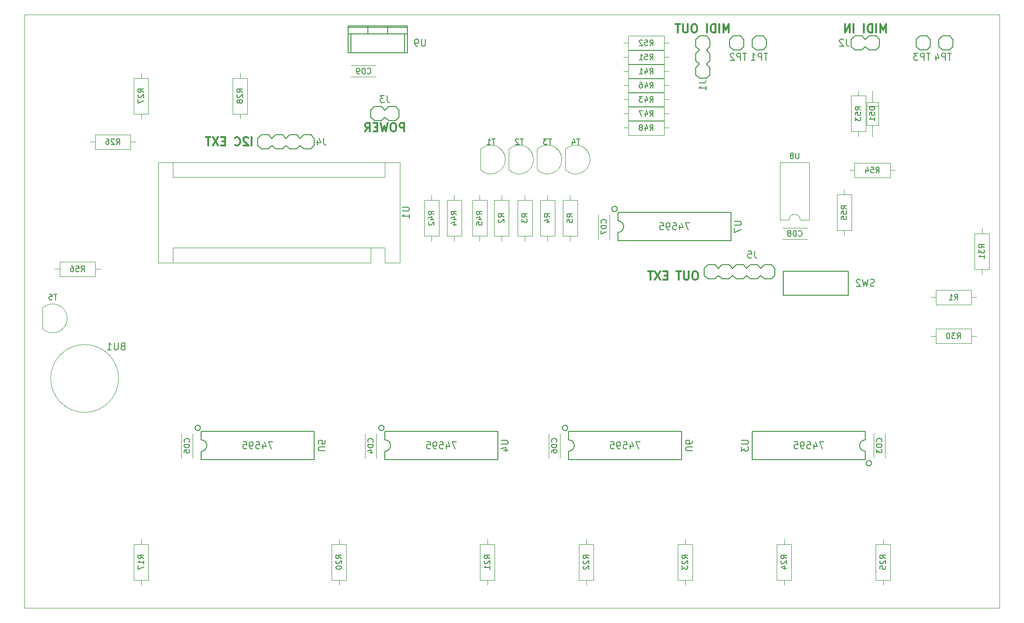
<source format=gbr>
G04 #@! TF.GenerationSoftware,KiCad,Pcbnew,(5.1.2)-1*
G04 #@! TF.CreationDate,2019-06-10T13:07:47+02:00*
G04 #@! TF.ProjectId,YASS_v3,59415353-5f76-4332-9e6b-696361645f70,rev?*
G04 #@! TF.SameCoordinates,Original*
G04 #@! TF.FileFunction,Legend,Bot*
G04 #@! TF.FilePolarity,Positive*
%FSLAX46Y46*%
G04 Gerber Fmt 4.6, Leading zero omitted, Abs format (unit mm)*
G04 Created by KiCad (PCBNEW (5.1.2)-1) date 2019-06-10 13:07:47*
%MOMM*%
%LPD*%
G04 APERTURE LIST*
%ADD10C,0.300000*%
%ADD11C,0.050000*%
%ADD12C,0.203200*%
%ADD13C,0.120000*%
%ADD14C,0.127000*%
%ADD15C,0.150000*%
G04 APERTURE END LIST*
D10*
X109410000Y-71798571D02*
X109410000Y-70298571D01*
X108767142Y-70441428D02*
X108695714Y-70370000D01*
X108552857Y-70298571D01*
X108195714Y-70298571D01*
X108052857Y-70370000D01*
X107981428Y-70441428D01*
X107910000Y-70584285D01*
X107910000Y-70727142D01*
X107981428Y-70941428D01*
X108838571Y-71798571D01*
X107910000Y-71798571D01*
X106410000Y-71655714D02*
X106481428Y-71727142D01*
X106695714Y-71798571D01*
X106838571Y-71798571D01*
X107052857Y-71727142D01*
X107195714Y-71584285D01*
X107267142Y-71441428D01*
X107338571Y-71155714D01*
X107338571Y-70941428D01*
X107267142Y-70655714D01*
X107195714Y-70512857D01*
X107052857Y-70370000D01*
X106838571Y-70298571D01*
X106695714Y-70298571D01*
X106481428Y-70370000D01*
X106410000Y-70441428D01*
X104624285Y-71012857D02*
X104124285Y-71012857D01*
X103910000Y-71798571D02*
X104624285Y-71798571D01*
X104624285Y-70298571D01*
X103910000Y-70298571D01*
X103410000Y-70298571D02*
X102410000Y-71798571D01*
X102410000Y-70298571D02*
X103410000Y-71798571D01*
X102052857Y-70298571D02*
X101195714Y-70298571D01*
X101624285Y-71798571D02*
X101624285Y-70298571D01*
X136814285Y-69258571D02*
X136814285Y-67758571D01*
X136242857Y-67758571D01*
X136100000Y-67830000D01*
X136028571Y-67901428D01*
X135957142Y-68044285D01*
X135957142Y-68258571D01*
X136028571Y-68401428D01*
X136100000Y-68472857D01*
X136242857Y-68544285D01*
X136814285Y-68544285D01*
X135028571Y-67758571D02*
X134742857Y-67758571D01*
X134600000Y-67830000D01*
X134457142Y-67972857D01*
X134385714Y-68258571D01*
X134385714Y-68758571D01*
X134457142Y-69044285D01*
X134600000Y-69187142D01*
X134742857Y-69258571D01*
X135028571Y-69258571D01*
X135171428Y-69187142D01*
X135314285Y-69044285D01*
X135385714Y-68758571D01*
X135385714Y-68258571D01*
X135314285Y-67972857D01*
X135171428Y-67830000D01*
X135028571Y-67758571D01*
X133885714Y-67758571D02*
X133528571Y-69258571D01*
X133242857Y-68187142D01*
X132957142Y-69258571D01*
X132600000Y-67758571D01*
X132028571Y-68472857D02*
X131528571Y-68472857D01*
X131314285Y-69258571D02*
X132028571Y-69258571D01*
X132028571Y-67758571D01*
X131314285Y-67758571D01*
X129814285Y-69258571D02*
X130314285Y-68544285D01*
X130671428Y-69258571D02*
X130671428Y-67758571D01*
X130100000Y-67758571D01*
X129957142Y-67830000D01*
X129885714Y-67901428D01*
X129814285Y-68044285D01*
X129814285Y-68258571D01*
X129885714Y-68401428D01*
X129957142Y-68472857D01*
X130100000Y-68544285D01*
X130671428Y-68544285D01*
X189249285Y-94428571D02*
X188963571Y-94428571D01*
X188820714Y-94500000D01*
X188677857Y-94642857D01*
X188606428Y-94928571D01*
X188606428Y-95428571D01*
X188677857Y-95714285D01*
X188820714Y-95857142D01*
X188963571Y-95928571D01*
X189249285Y-95928571D01*
X189392142Y-95857142D01*
X189535000Y-95714285D01*
X189606428Y-95428571D01*
X189606428Y-94928571D01*
X189535000Y-94642857D01*
X189392142Y-94500000D01*
X189249285Y-94428571D01*
X187963571Y-94428571D02*
X187963571Y-95642857D01*
X187892142Y-95785714D01*
X187820714Y-95857142D01*
X187677857Y-95928571D01*
X187392142Y-95928571D01*
X187249285Y-95857142D01*
X187177857Y-95785714D01*
X187106428Y-95642857D01*
X187106428Y-94428571D01*
X186606428Y-94428571D02*
X185749285Y-94428571D01*
X186177857Y-95928571D02*
X186177857Y-94428571D01*
X184106428Y-95142857D02*
X183606428Y-95142857D01*
X183392142Y-95928571D02*
X184106428Y-95928571D01*
X184106428Y-94428571D01*
X183392142Y-94428571D01*
X182892142Y-94428571D02*
X181892142Y-95928571D01*
X181892142Y-94428571D02*
X182892142Y-95928571D01*
X181535000Y-94428571D02*
X180677857Y-94428571D01*
X181106428Y-95928571D02*
X181106428Y-94428571D01*
X223388571Y-51478571D02*
X223388571Y-49978571D01*
X222888571Y-51050000D01*
X222388571Y-49978571D01*
X222388571Y-51478571D01*
X221674285Y-51478571D02*
X221674285Y-49978571D01*
X220960000Y-51478571D02*
X220960000Y-49978571D01*
X220602857Y-49978571D01*
X220388571Y-50050000D01*
X220245714Y-50192857D01*
X220174285Y-50335714D01*
X220102857Y-50621428D01*
X220102857Y-50835714D01*
X220174285Y-51121428D01*
X220245714Y-51264285D01*
X220388571Y-51407142D01*
X220602857Y-51478571D01*
X220960000Y-51478571D01*
X219460000Y-51478571D02*
X219460000Y-49978571D01*
X217602857Y-51478571D02*
X217602857Y-49978571D01*
X216888571Y-51478571D02*
X216888571Y-49978571D01*
X216031428Y-51478571D01*
X216031428Y-49978571D01*
X195178571Y-51478571D02*
X195178571Y-49978571D01*
X194678571Y-51050000D01*
X194178571Y-49978571D01*
X194178571Y-51478571D01*
X193464285Y-51478571D02*
X193464285Y-49978571D01*
X192750000Y-51478571D02*
X192750000Y-49978571D01*
X192392857Y-49978571D01*
X192178571Y-50050000D01*
X192035714Y-50192857D01*
X191964285Y-50335714D01*
X191892857Y-50621428D01*
X191892857Y-50835714D01*
X191964285Y-51121428D01*
X192035714Y-51264285D01*
X192178571Y-51407142D01*
X192392857Y-51478571D01*
X192750000Y-51478571D01*
X191250000Y-51478571D02*
X191250000Y-49978571D01*
X189107142Y-49978571D02*
X188821428Y-49978571D01*
X188678571Y-50050000D01*
X188535714Y-50192857D01*
X188464285Y-50478571D01*
X188464285Y-50978571D01*
X188535714Y-51264285D01*
X188678571Y-51407142D01*
X188821428Y-51478571D01*
X189107142Y-51478571D01*
X189250000Y-51407142D01*
X189392857Y-51264285D01*
X189464285Y-50978571D01*
X189464285Y-50478571D01*
X189392857Y-50192857D01*
X189250000Y-50050000D01*
X189107142Y-49978571D01*
X187821428Y-49978571D02*
X187821428Y-51192857D01*
X187750000Y-51335714D01*
X187678571Y-51407142D01*
X187535714Y-51478571D01*
X187250000Y-51478571D01*
X187107142Y-51407142D01*
X187035714Y-51335714D01*
X186964285Y-51192857D01*
X186964285Y-49978571D01*
X186464285Y-49978571D02*
X185607142Y-49978571D01*
X186035714Y-51478571D02*
X186035714Y-49978571D01*
D11*
X68580000Y-154940000D02*
X68580000Y-48260000D01*
X243840000Y-154940000D02*
X68580000Y-154940000D01*
X68580000Y-48260000D02*
X243840000Y-48260000D01*
X243840000Y-48260000D02*
X243840000Y-154940000D01*
D12*
X216634060Y-94345760D02*
X216634060Y-98694240D01*
X216634060Y-98694240D02*
X205005940Y-98694240D01*
X205005940Y-98694240D02*
X205005940Y-94345760D01*
X205005940Y-94345760D02*
X216634060Y-94345760D01*
D13*
X183550000Y-67270000D02*
X183550000Y-69890000D01*
X183550000Y-69890000D02*
X177130000Y-69890000D01*
X177130000Y-69890000D02*
X177130000Y-67270000D01*
X177130000Y-67270000D02*
X183550000Y-67270000D01*
X184440000Y-68580000D02*
X183550000Y-68580000D01*
X176240000Y-68580000D02*
X177130000Y-68580000D01*
X183550000Y-54570000D02*
X183550000Y-57190000D01*
X183550000Y-57190000D02*
X177130000Y-57190000D01*
X177130000Y-57190000D02*
X177130000Y-54570000D01*
X177130000Y-54570000D02*
X183550000Y-54570000D01*
X184440000Y-55880000D02*
X183550000Y-55880000D01*
X176240000Y-55880000D02*
X177130000Y-55880000D01*
X160721522Y-72456522D02*
G75*
G02X165160000Y-74295000I1838478J-1838478D01*
G01*
X160721522Y-76133478D02*
G75*
G03X165160000Y-74295000I1838478J1838478D01*
G01*
X160710000Y-76095000D02*
X160710000Y-72495000D01*
X150561522Y-72456522D02*
G75*
G02X155000000Y-74295000I1838478J-1838478D01*
G01*
X150561522Y-76133478D02*
G75*
G03X155000000Y-74295000I1838478J1838478D01*
G01*
X150550000Y-76095000D02*
X150550000Y-72495000D01*
D12*
X153670000Y-128270000D02*
X133350000Y-128270000D01*
X133350000Y-123190000D02*
X153670000Y-123190000D01*
X153670000Y-128270000D02*
X153670000Y-123190000D01*
X133350000Y-128270000D02*
X133350000Y-126746000D01*
X133350000Y-123190000D02*
X133350000Y-124714000D01*
D14*
X132240020Y-122555000D02*
X132252720Y-122661680D01*
X132252720Y-122661680D02*
X132288280Y-122763280D01*
X132288280Y-122763280D02*
X132344160Y-122852180D01*
X132344160Y-122852180D02*
X132420360Y-122928380D01*
X132420360Y-122928380D02*
X132509260Y-122984260D01*
X132509260Y-122984260D02*
X132610860Y-123019820D01*
X132610860Y-123019820D02*
X132715000Y-123032520D01*
X132715000Y-123032520D02*
X132821680Y-123019820D01*
X132821680Y-123019820D02*
X132923280Y-122984260D01*
X132923280Y-122984260D02*
X133012180Y-122928380D01*
X133012180Y-122928380D02*
X133088380Y-122852180D01*
X133088380Y-122852180D02*
X133144260Y-122763280D01*
X133144260Y-122763280D02*
X133179820Y-122661680D01*
X133179820Y-122661680D02*
X133192520Y-122555000D01*
X133192520Y-122555000D02*
X133179820Y-122450860D01*
X133179820Y-122450860D02*
X133144260Y-122349260D01*
X133144260Y-122349260D02*
X133088380Y-122260360D01*
X133088380Y-122260360D02*
X133012180Y-122184160D01*
X133012180Y-122184160D02*
X132923280Y-122128280D01*
X132923280Y-122128280D02*
X132821680Y-122092720D01*
X132821680Y-122092720D02*
X132715000Y-122080020D01*
X132715000Y-122080020D02*
X132610860Y-122092720D01*
X132610860Y-122092720D02*
X132509260Y-122128280D01*
X132509260Y-122128280D02*
X132420360Y-122184160D01*
X132420360Y-122184160D02*
X132344160Y-122260360D01*
X132344160Y-122260360D02*
X132288280Y-122349260D01*
X132288280Y-122349260D02*
X132252720Y-122450860D01*
X132252720Y-122450860D02*
X132240020Y-122555000D01*
D12*
X133350000Y-124714000D02*
G75*
G02X133350000Y-126746000I0J-1016000D01*
G01*
X120650000Y-128270000D02*
X100330000Y-128270000D01*
X100330000Y-123190000D02*
X120650000Y-123190000D01*
X120650000Y-128270000D02*
X120650000Y-123190000D01*
X100330000Y-128270000D02*
X100330000Y-126746000D01*
X100330000Y-123190000D02*
X100330000Y-124714000D01*
D14*
X99220020Y-122555000D02*
X99232720Y-122661680D01*
X99232720Y-122661680D02*
X99268280Y-122763280D01*
X99268280Y-122763280D02*
X99324160Y-122852180D01*
X99324160Y-122852180D02*
X99400360Y-122928380D01*
X99400360Y-122928380D02*
X99489260Y-122984260D01*
X99489260Y-122984260D02*
X99590860Y-123019820D01*
X99590860Y-123019820D02*
X99695000Y-123032520D01*
X99695000Y-123032520D02*
X99801680Y-123019820D01*
X99801680Y-123019820D02*
X99903280Y-122984260D01*
X99903280Y-122984260D02*
X99992180Y-122928380D01*
X99992180Y-122928380D02*
X100068380Y-122852180D01*
X100068380Y-122852180D02*
X100124260Y-122763280D01*
X100124260Y-122763280D02*
X100159820Y-122661680D01*
X100159820Y-122661680D02*
X100172520Y-122555000D01*
X100172520Y-122555000D02*
X100159820Y-122450860D01*
X100159820Y-122450860D02*
X100124260Y-122349260D01*
X100124260Y-122349260D02*
X100068380Y-122260360D01*
X100068380Y-122260360D02*
X99992180Y-122184160D01*
X99992180Y-122184160D02*
X99903280Y-122128280D01*
X99903280Y-122128280D02*
X99801680Y-122092720D01*
X99801680Y-122092720D02*
X99695000Y-122080020D01*
X99695000Y-122080020D02*
X99590860Y-122092720D01*
X99590860Y-122092720D02*
X99489260Y-122128280D01*
X99489260Y-122128280D02*
X99400360Y-122184160D01*
X99400360Y-122184160D02*
X99324160Y-122260360D01*
X99324160Y-122260360D02*
X99268280Y-122349260D01*
X99268280Y-122349260D02*
X99232720Y-122450860D01*
X99232720Y-122450860D02*
X99220020Y-122555000D01*
D12*
X100330000Y-124714000D02*
G75*
G02X100330000Y-126746000I0J-1016000D01*
G01*
D13*
X155641522Y-72456522D02*
G75*
G02X160080000Y-74295000I1838478J-1838478D01*
G01*
X155641522Y-76133478D02*
G75*
G03X160080000Y-74295000I1838478J1838478D01*
G01*
X155630000Y-76095000D02*
X155630000Y-72495000D01*
D12*
X195580000Y-88900000D02*
X175260000Y-88900000D01*
X175260000Y-83820000D02*
X195580000Y-83820000D01*
X195580000Y-88900000D02*
X195580000Y-83820000D01*
X175260000Y-88900000D02*
X175260000Y-87376000D01*
X175260000Y-83820000D02*
X175260000Y-85344000D01*
D14*
X174150020Y-83185000D02*
X174162720Y-83291680D01*
X174162720Y-83291680D02*
X174198280Y-83393280D01*
X174198280Y-83393280D02*
X174254160Y-83482180D01*
X174254160Y-83482180D02*
X174330360Y-83558380D01*
X174330360Y-83558380D02*
X174419260Y-83614260D01*
X174419260Y-83614260D02*
X174520860Y-83649820D01*
X174520860Y-83649820D02*
X174625000Y-83662520D01*
X174625000Y-83662520D02*
X174731680Y-83649820D01*
X174731680Y-83649820D02*
X174833280Y-83614260D01*
X174833280Y-83614260D02*
X174922180Y-83558380D01*
X174922180Y-83558380D02*
X174998380Y-83482180D01*
X174998380Y-83482180D02*
X175054260Y-83393280D01*
X175054260Y-83393280D02*
X175089820Y-83291680D01*
X175089820Y-83291680D02*
X175102520Y-83185000D01*
X175102520Y-83185000D02*
X175089820Y-83080860D01*
X175089820Y-83080860D02*
X175054260Y-82979260D01*
X175054260Y-82979260D02*
X174998380Y-82890360D01*
X174998380Y-82890360D02*
X174922180Y-82814160D01*
X174922180Y-82814160D02*
X174833280Y-82758280D01*
X174833280Y-82758280D02*
X174731680Y-82722720D01*
X174731680Y-82722720D02*
X174625000Y-82710020D01*
X174625000Y-82710020D02*
X174520860Y-82722720D01*
X174520860Y-82722720D02*
X174419260Y-82758280D01*
X174419260Y-82758280D02*
X174330360Y-82814160D01*
X174330360Y-82814160D02*
X174254160Y-82890360D01*
X174254160Y-82890360D02*
X174198280Y-82979260D01*
X174198280Y-82979260D02*
X174162720Y-83080860D01*
X174162720Y-83080860D02*
X174150020Y-83185000D01*
D12*
X175260000Y-85344000D02*
G75*
G02X175260000Y-87376000I0J-1016000D01*
G01*
D13*
X153075000Y-149895000D02*
X150455000Y-149895000D01*
X150455000Y-149895000D02*
X150455000Y-143475000D01*
X150455000Y-143475000D02*
X153075000Y-143475000D01*
X153075000Y-143475000D02*
X153075000Y-149895000D01*
X151765000Y-150785000D02*
X151765000Y-149895000D01*
X151765000Y-142585000D02*
X151765000Y-143475000D01*
X130810000Y-90170000D02*
X133350000Y-90170000D01*
X133350000Y-90170000D02*
X133350000Y-92840000D01*
X130810000Y-92840000D02*
X92580000Y-92840000D01*
X136020000Y-92840000D02*
X133350000Y-92840000D01*
X133350000Y-77470000D02*
X133350000Y-74800000D01*
X133350000Y-77470000D02*
X95250000Y-77470000D01*
X95250000Y-77470000D02*
X95250000Y-74800000D01*
X130810000Y-90170000D02*
X130810000Y-92840000D01*
X130810000Y-90170000D02*
X95250000Y-90170000D01*
X95250000Y-90170000D02*
X95250000Y-92840000D01*
X92580000Y-92840000D02*
X92580000Y-74800000D01*
X92580000Y-74800000D02*
X136020000Y-74800000D01*
X136020000Y-74800000D02*
X136020000Y-92840000D01*
X219750000Y-69250000D02*
X217130000Y-69250000D01*
X217130000Y-69250000D02*
X217130000Y-62830000D01*
X217130000Y-62830000D02*
X219750000Y-62830000D01*
X219750000Y-62830000D02*
X219750000Y-69250000D01*
X218440000Y-70140000D02*
X218440000Y-69250000D01*
X218440000Y-61940000D02*
X218440000Y-62830000D01*
X126405000Y-149895000D02*
X123785000Y-149895000D01*
X123785000Y-149895000D02*
X123785000Y-143475000D01*
X123785000Y-143475000D02*
X126405000Y-143475000D01*
X126405000Y-143475000D02*
X126405000Y-149895000D01*
X125095000Y-150785000D02*
X125095000Y-149895000D01*
X125095000Y-142585000D02*
X125095000Y-143475000D01*
D12*
X199390000Y-123190000D02*
X219710000Y-123190000D01*
X219710000Y-128270000D02*
X199390000Y-128270000D01*
X199390000Y-123190000D02*
X199390000Y-128270000D01*
X219710000Y-123190000D02*
X219710000Y-124714000D01*
X219710000Y-128270000D02*
X219710000Y-126746000D01*
D14*
X220819980Y-128905000D02*
X220807280Y-128798320D01*
X220807280Y-128798320D02*
X220771720Y-128696720D01*
X220771720Y-128696720D02*
X220715840Y-128607820D01*
X220715840Y-128607820D02*
X220639640Y-128531620D01*
X220639640Y-128531620D02*
X220550740Y-128475740D01*
X220550740Y-128475740D02*
X220449140Y-128440180D01*
X220449140Y-128440180D02*
X220345000Y-128427480D01*
X220345000Y-128427480D02*
X220238320Y-128440180D01*
X220238320Y-128440180D02*
X220136720Y-128475740D01*
X220136720Y-128475740D02*
X220047820Y-128531620D01*
X220047820Y-128531620D02*
X219971620Y-128607820D01*
X219971620Y-128607820D02*
X219915740Y-128696720D01*
X219915740Y-128696720D02*
X219880180Y-128798320D01*
X219880180Y-128798320D02*
X219867480Y-128905000D01*
X219867480Y-128905000D02*
X219880180Y-129009140D01*
X219880180Y-129009140D02*
X219915740Y-129110740D01*
X219915740Y-129110740D02*
X219971620Y-129199640D01*
X219971620Y-129199640D02*
X220047820Y-129275840D01*
X220047820Y-129275840D02*
X220136720Y-129331720D01*
X220136720Y-129331720D02*
X220238320Y-129367280D01*
X220238320Y-129367280D02*
X220345000Y-129379980D01*
X220345000Y-129379980D02*
X220449140Y-129367280D01*
X220449140Y-129367280D02*
X220550740Y-129331720D01*
X220550740Y-129331720D02*
X220639640Y-129275840D01*
X220639640Y-129275840D02*
X220715840Y-129199640D01*
X220715840Y-129199640D02*
X220771720Y-129110740D01*
X220771720Y-129110740D02*
X220807280Y-129009140D01*
X220807280Y-129009140D02*
X220819980Y-128905000D01*
D12*
X219710000Y-126746000D02*
G75*
G02X219710000Y-124714000I0J1016000D01*
G01*
D13*
X188635000Y-149895000D02*
X186015000Y-149895000D01*
X186015000Y-149895000D02*
X186015000Y-143475000D01*
X186015000Y-143475000D02*
X188635000Y-143475000D01*
X188635000Y-143475000D02*
X188635000Y-149895000D01*
X187325000Y-150785000D02*
X187325000Y-149895000D01*
X187325000Y-142585000D02*
X187325000Y-143475000D01*
X177130000Y-54650000D02*
X177130000Y-52030000D01*
X177130000Y-52030000D02*
X183550000Y-52030000D01*
X183550000Y-52030000D02*
X183550000Y-54650000D01*
X183550000Y-54650000D02*
X177130000Y-54650000D01*
X176240000Y-53340000D02*
X177130000Y-53340000D01*
X184440000Y-53340000D02*
X183550000Y-53340000D01*
D12*
X186690000Y-128270000D02*
X166370000Y-128270000D01*
X166370000Y-123190000D02*
X186690000Y-123190000D01*
X186690000Y-128270000D02*
X186690000Y-123190000D01*
X166370000Y-128270000D02*
X166370000Y-126746000D01*
X166370000Y-123190000D02*
X166370000Y-124714000D01*
D14*
X165260020Y-122555000D02*
X165272720Y-122661680D01*
X165272720Y-122661680D02*
X165308280Y-122763280D01*
X165308280Y-122763280D02*
X165364160Y-122852180D01*
X165364160Y-122852180D02*
X165440360Y-122928380D01*
X165440360Y-122928380D02*
X165529260Y-122984260D01*
X165529260Y-122984260D02*
X165630860Y-123019820D01*
X165630860Y-123019820D02*
X165735000Y-123032520D01*
X165735000Y-123032520D02*
X165841680Y-123019820D01*
X165841680Y-123019820D02*
X165943280Y-122984260D01*
X165943280Y-122984260D02*
X166032180Y-122928380D01*
X166032180Y-122928380D02*
X166108380Y-122852180D01*
X166108380Y-122852180D02*
X166164260Y-122763280D01*
X166164260Y-122763280D02*
X166199820Y-122661680D01*
X166199820Y-122661680D02*
X166212520Y-122555000D01*
X166212520Y-122555000D02*
X166199820Y-122450860D01*
X166199820Y-122450860D02*
X166164260Y-122349260D01*
X166164260Y-122349260D02*
X166108380Y-122260360D01*
X166108380Y-122260360D02*
X166032180Y-122184160D01*
X166032180Y-122184160D02*
X165943280Y-122128280D01*
X165943280Y-122128280D02*
X165841680Y-122092720D01*
X165841680Y-122092720D02*
X165735000Y-122080020D01*
X165735000Y-122080020D02*
X165630860Y-122092720D01*
X165630860Y-122092720D02*
X165529260Y-122128280D01*
X165529260Y-122128280D02*
X165440360Y-122184160D01*
X165440360Y-122184160D02*
X165364160Y-122260360D01*
X165364160Y-122260360D02*
X165308280Y-122349260D01*
X165308280Y-122349260D02*
X165272720Y-122450860D01*
X165272720Y-122450860D02*
X165260020Y-122555000D01*
D12*
X166370000Y-124714000D02*
G75*
G02X166370000Y-126746000I0J-1016000D01*
G01*
D13*
X90845000Y-149895000D02*
X88225000Y-149895000D01*
X88225000Y-149895000D02*
X88225000Y-143475000D01*
X88225000Y-143475000D02*
X90845000Y-143475000D01*
X90845000Y-143475000D02*
X90845000Y-149895000D01*
X89535000Y-150785000D02*
X89535000Y-149895000D01*
X89535000Y-142585000D02*
X89535000Y-143475000D01*
X129814000Y-123560000D02*
X129800000Y-123560000D01*
X131820000Y-123560000D02*
X131806000Y-123560000D01*
X129814000Y-127980000D02*
X129800000Y-127980000D01*
X131820000Y-127980000D02*
X131806000Y-127980000D01*
X129800000Y-127980000D02*
X129800000Y-123560000D01*
X131820000Y-127980000D02*
X131820000Y-123560000D01*
X131710000Y-57424000D02*
X131710000Y-57410000D01*
X131710000Y-59430000D02*
X131710000Y-59416000D01*
X127290000Y-57424000D02*
X127290000Y-57410000D01*
X127290000Y-59430000D02*
X127290000Y-59416000D01*
X127290000Y-57410000D02*
X131710000Y-57410000D01*
X127290000Y-59430000D02*
X131710000Y-59430000D01*
X162834000Y-123560000D02*
X162820000Y-123560000D01*
X164840000Y-123560000D02*
X164826000Y-123560000D01*
X162834000Y-127980000D02*
X162820000Y-127980000D01*
X164840000Y-127980000D02*
X164826000Y-127980000D01*
X162820000Y-127980000D02*
X162820000Y-123560000D01*
X164840000Y-127980000D02*
X164840000Y-123560000D01*
X82205000Y-93980000D02*
X81315000Y-93980000D01*
X74005000Y-93980000D02*
X74895000Y-93980000D01*
X81315000Y-95290000D02*
X74895000Y-95290000D01*
X81315000Y-92670000D02*
X81315000Y-95290000D01*
X74895000Y-92670000D02*
X81315000Y-92670000D01*
X74895000Y-95290000D02*
X74895000Y-92670000D01*
X165801522Y-72456522D02*
G75*
G02X170240000Y-74295000I1838478J-1838478D01*
G01*
X165801522Y-76133478D02*
G75*
G03X170240000Y-74295000I1838478J1838478D01*
G01*
X165790000Y-76095000D02*
X165790000Y-72495000D01*
D15*
X126746000Y-50292000D02*
X137414000Y-50292000D01*
X126746000Y-50292000D02*
X126746000Y-55118000D01*
X137414000Y-50292000D02*
X137414000Y-55118000D01*
X126746000Y-55118000D02*
X137414000Y-55118000D01*
X137414000Y-51689000D02*
X126746000Y-51689000D01*
X133858000Y-51562000D02*
X133858000Y-50292000D01*
X130302000Y-51562000D02*
X130302000Y-50292000D01*
X126746000Y-50546000D02*
X137414000Y-50546000D01*
X136906000Y-51689000D02*
X136906000Y-55118000D01*
X127254000Y-51689000D02*
X127254000Y-55118000D01*
D13*
X85485000Y-113665000D02*
G75*
G03X85485000Y-113665000I-6100000J0D01*
G01*
X223246000Y-127900000D02*
X223260000Y-127900000D01*
X221240000Y-127900000D02*
X221254000Y-127900000D01*
X223246000Y-123480000D02*
X223260000Y-123480000D01*
X221240000Y-123480000D02*
X221254000Y-123480000D01*
X223260000Y-123480000D02*
X223260000Y-127900000D01*
X221240000Y-123480000D02*
X221240000Y-127900000D01*
D12*
X189865000Y-59690000D02*
X191135000Y-59690000D01*
X191770000Y-53975000D02*
X191770000Y-52705000D01*
X191135000Y-52070000D02*
X191770000Y-52705000D01*
X189230000Y-52705000D02*
X189865000Y-52070000D01*
X189865000Y-52070000D02*
X191135000Y-52070000D01*
X191770000Y-55245000D02*
X191135000Y-54610000D01*
X191770000Y-56515000D02*
X191770000Y-55245000D01*
X191135000Y-57150000D02*
X191770000Y-56515000D01*
X189230000Y-56515000D02*
X189865000Y-57150000D01*
X189230000Y-55245000D02*
X189230000Y-56515000D01*
X189865000Y-54610000D02*
X189230000Y-55245000D01*
X191135000Y-54610000D02*
X191770000Y-53975000D01*
X189230000Y-53975000D02*
X189865000Y-54610000D01*
X189230000Y-52705000D02*
X189230000Y-53975000D01*
X191770000Y-57785000D02*
X191135000Y-57150000D01*
X191770000Y-59055000D02*
X191770000Y-57785000D01*
X191135000Y-59690000D02*
X191770000Y-59055000D01*
X189230000Y-59055000D02*
X189865000Y-59690000D01*
X189230000Y-57785000D02*
X189230000Y-59055000D01*
X189865000Y-57150000D02*
X189230000Y-57785000D01*
D13*
X98800000Y-127980000D02*
X98800000Y-123560000D01*
X96780000Y-127980000D02*
X96780000Y-123560000D01*
X98800000Y-127980000D02*
X98786000Y-127980000D01*
X96794000Y-127980000D02*
X96780000Y-127980000D01*
X98800000Y-123560000D02*
X98786000Y-123560000D01*
X96794000Y-123560000D02*
X96780000Y-123560000D01*
D12*
X131445000Y-67310000D02*
X132715000Y-67310000D01*
X132715000Y-67310000D02*
X133350000Y-66675000D01*
X133350000Y-65405000D02*
X132715000Y-64770000D01*
X133350000Y-66675000D02*
X133985000Y-67310000D01*
X133985000Y-67310000D02*
X135255000Y-67310000D01*
X135255000Y-67310000D02*
X135890000Y-66675000D01*
X135890000Y-65405000D02*
X135255000Y-64770000D01*
X135255000Y-64770000D02*
X133985000Y-64770000D01*
X133985000Y-64770000D02*
X133350000Y-65405000D01*
X130810000Y-66675000D02*
X130810000Y-65405000D01*
X131445000Y-67310000D02*
X130810000Y-66675000D01*
X130810000Y-65405000D02*
X131445000Y-64770000D01*
X132715000Y-64770000D02*
X131445000Y-64770000D01*
X135890000Y-66675000D02*
X135890000Y-65405000D01*
D13*
X209660000Y-85150000D02*
X208010000Y-85150000D01*
X209660000Y-74870000D02*
X209660000Y-85150000D01*
X204360000Y-74870000D02*
X209660000Y-74870000D01*
X204360000Y-85150000D02*
X204360000Y-74870000D01*
X206010000Y-85150000D02*
X204360000Y-85150000D01*
X208010000Y-85150000D02*
G75*
G03X206010000Y-85150000I-1000000J0D01*
G01*
D12*
X217805000Y-54610000D02*
X219075000Y-54610000D01*
X219075000Y-54610000D02*
X219710000Y-53975000D01*
X219710000Y-52705000D02*
X219075000Y-52070000D01*
X219710000Y-53975000D02*
X220345000Y-54610000D01*
X220345000Y-54610000D02*
X221615000Y-54610000D01*
X221615000Y-54610000D02*
X222250000Y-53975000D01*
X222250000Y-52705000D02*
X221615000Y-52070000D01*
X221615000Y-52070000D02*
X220345000Y-52070000D01*
X220345000Y-52070000D02*
X219710000Y-52705000D01*
X217170000Y-53975000D02*
X217170000Y-52705000D01*
X217805000Y-54610000D02*
X217170000Y-53975000D01*
X217170000Y-52705000D02*
X217805000Y-52070000D01*
X219075000Y-52070000D02*
X217805000Y-52070000D01*
X222250000Y-53975000D02*
X222250000Y-52705000D01*
X118745000Y-72390000D02*
X120015000Y-72390000D01*
X120015000Y-72390000D02*
X120650000Y-71755000D01*
X120650000Y-70485000D02*
X120015000Y-69850000D01*
X115570000Y-71755000D02*
X116205000Y-72390000D01*
X116205000Y-72390000D02*
X117475000Y-72390000D01*
X117475000Y-72390000D02*
X118110000Y-71755000D01*
X118110000Y-70485000D02*
X117475000Y-69850000D01*
X117475000Y-69850000D02*
X116205000Y-69850000D01*
X116205000Y-69850000D02*
X115570000Y-70485000D01*
X118745000Y-72390000D02*
X118110000Y-71755000D01*
X118110000Y-70485000D02*
X118745000Y-69850000D01*
X120015000Y-69850000D02*
X118745000Y-69850000D01*
X111125000Y-72390000D02*
X112395000Y-72390000D01*
X112395000Y-72390000D02*
X113030000Y-71755000D01*
X113030000Y-70485000D02*
X112395000Y-69850000D01*
X113030000Y-71755000D02*
X113665000Y-72390000D01*
X113665000Y-72390000D02*
X114935000Y-72390000D01*
X114935000Y-72390000D02*
X115570000Y-71755000D01*
X115570000Y-70485000D02*
X114935000Y-69850000D01*
X114935000Y-69850000D02*
X113665000Y-69850000D01*
X113665000Y-69850000D02*
X113030000Y-70485000D01*
X110490000Y-71755000D02*
X110490000Y-70485000D01*
X111125000Y-72390000D02*
X110490000Y-71755000D01*
X110490000Y-70485000D02*
X111125000Y-69850000D01*
X112395000Y-69850000D02*
X111125000Y-69850000D01*
X120650000Y-71755000D02*
X120650000Y-70485000D01*
D13*
X173730000Y-88610000D02*
X173730000Y-84190000D01*
X171710000Y-88610000D02*
X171710000Y-84190000D01*
X173730000Y-88610000D02*
X173716000Y-88610000D01*
X171724000Y-88610000D02*
X171710000Y-88610000D01*
X173730000Y-84190000D02*
X173716000Y-84190000D01*
X171724000Y-84190000D02*
X171710000Y-84190000D01*
X209260000Y-86620000D02*
X204840000Y-86620000D01*
X209260000Y-88640000D02*
X204840000Y-88640000D01*
X209260000Y-86620000D02*
X209260000Y-86634000D01*
X209260000Y-88626000D02*
X209260000Y-88640000D01*
X204840000Y-86620000D02*
X204840000Y-86634000D01*
X204840000Y-88626000D02*
X204840000Y-88640000D01*
X71821522Y-101031522D02*
G75*
G02X76260000Y-102870000I1838478J-1838478D01*
G01*
X71821522Y-104708478D02*
G75*
G03X76260000Y-102870000I1838478J1838478D01*
G01*
X71810000Y-104670000D02*
X71810000Y-101070000D01*
X219920000Y-63980000D02*
X222040000Y-63980000D01*
X222040000Y-63980000D02*
X222040000Y-68100000D01*
X222040000Y-68100000D02*
X219920000Y-68100000D01*
X219920000Y-68100000D02*
X219920000Y-63980000D01*
X220980000Y-61940000D02*
X220980000Y-63980000D01*
X220980000Y-70140000D02*
X220980000Y-68100000D01*
X219920000Y-64640000D02*
X222040000Y-64640000D01*
X238795000Y-104735000D02*
X238795000Y-107355000D01*
X238795000Y-107355000D02*
X232375000Y-107355000D01*
X232375000Y-107355000D02*
X232375000Y-104735000D01*
X232375000Y-104735000D02*
X238795000Y-104735000D01*
X239685000Y-106045000D02*
X238795000Y-106045000D01*
X231485000Y-106045000D02*
X232375000Y-106045000D01*
X224190000Y-74890000D02*
X224190000Y-77510000D01*
X224190000Y-77510000D02*
X217770000Y-77510000D01*
X217770000Y-77510000D02*
X217770000Y-74890000D01*
X217770000Y-74890000D02*
X224190000Y-74890000D01*
X225080000Y-76200000D02*
X224190000Y-76200000D01*
X216880000Y-76200000D02*
X217770000Y-76200000D01*
X217210000Y-87030000D02*
X214590000Y-87030000D01*
X214590000Y-87030000D02*
X214590000Y-80610000D01*
X214590000Y-80610000D02*
X217210000Y-80610000D01*
X217210000Y-80610000D02*
X217210000Y-87030000D01*
X215900000Y-87920000D02*
X215900000Y-87030000D01*
X215900000Y-79720000D02*
X215900000Y-80610000D01*
X183550000Y-59650000D02*
X183550000Y-62270000D01*
X183550000Y-62270000D02*
X177130000Y-62270000D01*
X177130000Y-62270000D02*
X177130000Y-59650000D01*
X177130000Y-59650000D02*
X183550000Y-59650000D01*
X184440000Y-60960000D02*
X183550000Y-60960000D01*
X176240000Y-60960000D02*
X177130000Y-60960000D01*
X108625000Y-66075000D02*
X106005000Y-66075000D01*
X106005000Y-66075000D02*
X106005000Y-59655000D01*
X106005000Y-59655000D02*
X108625000Y-59655000D01*
X108625000Y-59655000D02*
X108625000Y-66075000D01*
X107315000Y-66965000D02*
X107315000Y-66075000D01*
X107315000Y-58765000D02*
X107315000Y-59655000D01*
X183550000Y-57110000D02*
X183550000Y-59730000D01*
X183550000Y-59730000D02*
X177130000Y-59730000D01*
X177130000Y-59730000D02*
X177130000Y-57110000D01*
X177130000Y-57110000D02*
X183550000Y-57110000D01*
X184440000Y-58420000D02*
X183550000Y-58420000D01*
X176240000Y-58420000D02*
X177130000Y-58420000D01*
X183550000Y-62190000D02*
X183550000Y-64810000D01*
X183550000Y-64810000D02*
X177130000Y-64810000D01*
X177130000Y-64810000D02*
X177130000Y-62190000D01*
X177130000Y-62190000D02*
X183550000Y-62190000D01*
X184440000Y-63500000D02*
X183550000Y-63500000D01*
X176240000Y-63500000D02*
X177130000Y-63500000D01*
X147106000Y-88046000D02*
X144486000Y-88046000D01*
X144486000Y-88046000D02*
X144486000Y-81626000D01*
X144486000Y-81626000D02*
X147106000Y-81626000D01*
X147106000Y-81626000D02*
X147106000Y-88046000D01*
X145796000Y-88936000D02*
X145796000Y-88046000D01*
X145796000Y-80736000D02*
X145796000Y-81626000D01*
X183550000Y-64730000D02*
X183550000Y-67350000D01*
X183550000Y-67350000D02*
X177130000Y-67350000D01*
X177130000Y-67350000D02*
X177130000Y-64730000D01*
X177130000Y-64730000D02*
X183550000Y-64730000D01*
X184440000Y-66040000D02*
X183550000Y-66040000D01*
X176240000Y-66040000D02*
X177130000Y-66040000D01*
X224195000Y-149895000D02*
X221575000Y-149895000D01*
X221575000Y-149895000D02*
X221575000Y-143475000D01*
X221575000Y-143475000D02*
X224195000Y-143475000D01*
X224195000Y-143475000D02*
X224195000Y-149895000D01*
X222885000Y-150785000D02*
X222885000Y-149895000D01*
X222885000Y-142585000D02*
X222885000Y-143475000D01*
X151678000Y-88046000D02*
X149058000Y-88046000D01*
X149058000Y-88046000D02*
X149058000Y-81626000D01*
X149058000Y-81626000D02*
X151678000Y-81626000D01*
X151678000Y-81626000D02*
X151678000Y-88046000D01*
X150368000Y-88936000D02*
X150368000Y-88046000D01*
X150368000Y-80736000D02*
X150368000Y-81626000D01*
X87665000Y-69810000D02*
X87665000Y-72430000D01*
X87665000Y-72430000D02*
X81245000Y-72430000D01*
X81245000Y-72430000D02*
X81245000Y-69810000D01*
X81245000Y-69810000D02*
X87665000Y-69810000D01*
X88555000Y-71120000D02*
X87665000Y-71120000D01*
X80355000Y-71120000D02*
X81245000Y-71120000D01*
X232375000Y-100370000D02*
X232375000Y-97750000D01*
X232375000Y-97750000D02*
X238795000Y-97750000D01*
X238795000Y-97750000D02*
X238795000Y-100370000D01*
X238795000Y-100370000D02*
X232375000Y-100370000D01*
X231485000Y-99060000D02*
X232375000Y-99060000D01*
X239685000Y-99060000D02*
X238795000Y-99060000D01*
X241975000Y-94015000D02*
X239355000Y-94015000D01*
X239355000Y-94015000D02*
X239355000Y-87595000D01*
X239355000Y-87595000D02*
X241975000Y-87595000D01*
X241975000Y-87595000D02*
X241975000Y-94015000D01*
X240665000Y-94905000D02*
X240665000Y-94015000D01*
X240665000Y-86705000D02*
X240665000Y-87595000D01*
X90845000Y-66075000D02*
X88225000Y-66075000D01*
X88225000Y-66075000D02*
X88225000Y-59655000D01*
X88225000Y-59655000D02*
X90845000Y-59655000D01*
X90845000Y-59655000D02*
X90845000Y-66075000D01*
X89535000Y-66965000D02*
X89535000Y-66075000D01*
X89535000Y-58765000D02*
X89535000Y-59655000D01*
X155615000Y-88046000D02*
X152995000Y-88046000D01*
X152995000Y-88046000D02*
X152995000Y-81626000D01*
X152995000Y-81626000D02*
X155615000Y-81626000D01*
X155615000Y-81626000D02*
X155615000Y-88046000D01*
X154305000Y-88936000D02*
X154305000Y-88046000D01*
X154305000Y-80736000D02*
X154305000Y-81626000D01*
X163870000Y-88046000D02*
X161250000Y-88046000D01*
X161250000Y-88046000D02*
X161250000Y-81626000D01*
X161250000Y-81626000D02*
X163870000Y-81626000D01*
X163870000Y-81626000D02*
X163870000Y-88046000D01*
X162560000Y-88936000D02*
X162560000Y-88046000D01*
X162560000Y-80736000D02*
X162560000Y-81626000D01*
X167934000Y-88046000D02*
X165314000Y-88046000D01*
X165314000Y-88046000D02*
X165314000Y-81626000D01*
X165314000Y-81626000D02*
X167934000Y-81626000D01*
X167934000Y-81626000D02*
X167934000Y-88046000D01*
X166624000Y-88936000D02*
X166624000Y-88046000D01*
X166624000Y-80736000D02*
X166624000Y-81626000D01*
X159806000Y-88046000D02*
X157186000Y-88046000D01*
X157186000Y-88046000D02*
X157186000Y-81626000D01*
X157186000Y-81626000D02*
X159806000Y-81626000D01*
X159806000Y-81626000D02*
X159806000Y-88046000D01*
X158496000Y-88936000D02*
X158496000Y-88046000D01*
X158496000Y-80736000D02*
X158496000Y-81626000D01*
X206415000Y-149895000D02*
X203795000Y-149895000D01*
X203795000Y-149895000D02*
X203795000Y-143475000D01*
X203795000Y-143475000D02*
X206415000Y-143475000D01*
X206415000Y-143475000D02*
X206415000Y-149895000D01*
X205105000Y-150785000D02*
X205105000Y-149895000D01*
X205105000Y-142585000D02*
X205105000Y-143475000D01*
X170855000Y-149895000D02*
X168235000Y-149895000D01*
X168235000Y-149895000D02*
X168235000Y-143475000D01*
X168235000Y-143475000D02*
X170855000Y-143475000D01*
X170855000Y-143475000D02*
X170855000Y-149895000D01*
X169545000Y-150785000D02*
X169545000Y-149895000D01*
X169545000Y-142585000D02*
X169545000Y-143475000D01*
X143042000Y-88046000D02*
X140422000Y-88046000D01*
X140422000Y-88046000D02*
X140422000Y-81626000D01*
X140422000Y-81626000D02*
X143042000Y-81626000D01*
X143042000Y-81626000D02*
X143042000Y-88046000D01*
X141732000Y-88936000D02*
X141732000Y-88046000D01*
X141732000Y-80736000D02*
X141732000Y-81626000D01*
D12*
X201930000Y-52705000D02*
X201930000Y-53975000D01*
X201295000Y-52070000D02*
X201930000Y-52705000D01*
X200025000Y-52070000D02*
X201295000Y-52070000D01*
X199390000Y-52705000D02*
X200025000Y-52070000D01*
X199390000Y-53975000D02*
X199390000Y-52705000D01*
X200025000Y-54610000D02*
X199390000Y-53975000D01*
X201295000Y-54610000D02*
X200025000Y-54610000D01*
X201930000Y-53975000D02*
X201295000Y-54610000D01*
X197866000Y-53975000D02*
X197231000Y-54610000D01*
X197231000Y-54610000D02*
X195961000Y-54610000D01*
X195961000Y-54610000D02*
X195326000Y-53975000D01*
X195326000Y-53975000D02*
X195326000Y-52705000D01*
X195326000Y-52705000D02*
X195961000Y-52070000D01*
X195961000Y-52070000D02*
X197231000Y-52070000D01*
X197231000Y-52070000D02*
X197866000Y-52705000D01*
X197866000Y-52705000D02*
X197866000Y-53975000D01*
X231394000Y-52705000D02*
X231394000Y-53975000D01*
X230759000Y-52070000D02*
X231394000Y-52705000D01*
X229489000Y-52070000D02*
X230759000Y-52070000D01*
X228854000Y-52705000D02*
X229489000Y-52070000D01*
X228854000Y-53975000D02*
X228854000Y-52705000D01*
X229489000Y-54610000D02*
X228854000Y-53975000D01*
X230759000Y-54610000D02*
X229489000Y-54610000D01*
X231394000Y-53975000D02*
X230759000Y-54610000D01*
X235458000Y-53975000D02*
X234823000Y-54610000D01*
X234823000Y-54610000D02*
X233553000Y-54610000D01*
X233553000Y-54610000D02*
X232918000Y-53975000D01*
X232918000Y-53975000D02*
X232918000Y-52705000D01*
X232918000Y-52705000D02*
X233553000Y-52070000D01*
X233553000Y-52070000D02*
X234823000Y-52070000D01*
X234823000Y-52070000D02*
X235458000Y-52705000D01*
X235458000Y-52705000D02*
X235458000Y-53975000D01*
X195199000Y-93218000D02*
X193929000Y-93218000D01*
X193929000Y-93218000D02*
X193294000Y-93853000D01*
X193294000Y-95123000D02*
X193929000Y-95758000D01*
X193294000Y-93853000D02*
X192659000Y-93218000D01*
X192659000Y-93218000D02*
X191389000Y-93218000D01*
X191389000Y-93218000D02*
X190754000Y-93853000D01*
X190754000Y-95123000D02*
X191389000Y-95758000D01*
X191389000Y-95758000D02*
X192659000Y-95758000D01*
X192659000Y-95758000D02*
X193294000Y-95123000D01*
X198374000Y-93853000D02*
X197739000Y-93218000D01*
X197739000Y-93218000D02*
X196469000Y-93218000D01*
X196469000Y-93218000D02*
X195834000Y-93853000D01*
X195834000Y-95123000D02*
X196469000Y-95758000D01*
X196469000Y-95758000D02*
X197739000Y-95758000D01*
X197739000Y-95758000D02*
X198374000Y-95123000D01*
X195199000Y-93218000D02*
X195834000Y-93853000D01*
X195834000Y-95123000D02*
X195199000Y-95758000D01*
X193929000Y-95758000D02*
X195199000Y-95758000D01*
X202819000Y-93218000D02*
X201549000Y-93218000D01*
X201549000Y-93218000D02*
X200914000Y-93853000D01*
X200914000Y-95123000D02*
X201549000Y-95758000D01*
X200914000Y-93853000D02*
X200279000Y-93218000D01*
X200279000Y-93218000D02*
X199009000Y-93218000D01*
X199009000Y-93218000D02*
X198374000Y-93853000D01*
X198374000Y-95123000D02*
X199009000Y-95758000D01*
X199009000Y-95758000D02*
X200279000Y-95758000D01*
X200279000Y-95758000D02*
X200914000Y-95123000D01*
X203454000Y-93853000D02*
X203454000Y-95123000D01*
X202819000Y-93218000D02*
X203454000Y-93853000D01*
X203454000Y-95123000D02*
X202819000Y-95758000D01*
X201549000Y-95758000D02*
X202819000Y-95758000D01*
X190754000Y-93853000D02*
X190754000Y-95123000D01*
D14*
X221335600Y-97013485D02*
X221161428Y-97071542D01*
X220871142Y-97071542D01*
X220755028Y-97013485D01*
X220696971Y-96955428D01*
X220638914Y-96839314D01*
X220638914Y-96723200D01*
X220696971Y-96607085D01*
X220755028Y-96549028D01*
X220871142Y-96490971D01*
X221103371Y-96432914D01*
X221219485Y-96374857D01*
X221277542Y-96316800D01*
X221335600Y-96200685D01*
X221335600Y-96084571D01*
X221277542Y-95968457D01*
X221219485Y-95910400D01*
X221103371Y-95852342D01*
X220813085Y-95852342D01*
X220638914Y-95910400D01*
X220232514Y-95852342D02*
X219942228Y-97071542D01*
X219710000Y-96200685D01*
X219477771Y-97071542D01*
X219187485Y-95852342D01*
X218781085Y-95968457D02*
X218723028Y-95910400D01*
X218606914Y-95852342D01*
X218316628Y-95852342D01*
X218200514Y-95910400D01*
X218142457Y-95968457D01*
X218084400Y-96084571D01*
X218084400Y-96200685D01*
X218142457Y-96374857D01*
X218839142Y-97071542D01*
X218084400Y-97071542D01*
D15*
X180982857Y-69032380D02*
X181316190Y-68556190D01*
X181554285Y-69032380D02*
X181554285Y-68032380D01*
X181173333Y-68032380D01*
X181078095Y-68080000D01*
X181030476Y-68127619D01*
X180982857Y-68222857D01*
X180982857Y-68365714D01*
X181030476Y-68460952D01*
X181078095Y-68508571D01*
X181173333Y-68556190D01*
X181554285Y-68556190D01*
X180125714Y-68365714D02*
X180125714Y-69032380D01*
X180363809Y-67984761D02*
X180601904Y-68699047D01*
X179982857Y-68699047D01*
X179459047Y-68460952D02*
X179554285Y-68413333D01*
X179601904Y-68365714D01*
X179649523Y-68270476D01*
X179649523Y-68222857D01*
X179601904Y-68127619D01*
X179554285Y-68080000D01*
X179459047Y-68032380D01*
X179268571Y-68032380D01*
X179173333Y-68080000D01*
X179125714Y-68127619D01*
X179078095Y-68222857D01*
X179078095Y-68270476D01*
X179125714Y-68365714D01*
X179173333Y-68413333D01*
X179268571Y-68460952D01*
X179459047Y-68460952D01*
X179554285Y-68508571D01*
X179601904Y-68556190D01*
X179649523Y-68651428D01*
X179649523Y-68841904D01*
X179601904Y-68937142D01*
X179554285Y-68984761D01*
X179459047Y-69032380D01*
X179268571Y-69032380D01*
X179173333Y-68984761D01*
X179125714Y-68937142D01*
X179078095Y-68841904D01*
X179078095Y-68651428D01*
X179125714Y-68556190D01*
X179173333Y-68508571D01*
X179268571Y-68460952D01*
X180982857Y-56332380D02*
X181316190Y-55856190D01*
X181554285Y-56332380D02*
X181554285Y-55332380D01*
X181173333Y-55332380D01*
X181078095Y-55380000D01*
X181030476Y-55427619D01*
X180982857Y-55522857D01*
X180982857Y-55665714D01*
X181030476Y-55760952D01*
X181078095Y-55808571D01*
X181173333Y-55856190D01*
X181554285Y-55856190D01*
X180078095Y-55332380D02*
X180554285Y-55332380D01*
X180601904Y-55808571D01*
X180554285Y-55760952D01*
X180459047Y-55713333D01*
X180220952Y-55713333D01*
X180125714Y-55760952D01*
X180078095Y-55808571D01*
X180030476Y-55903809D01*
X180030476Y-56141904D01*
X180078095Y-56237142D01*
X180125714Y-56284761D01*
X180220952Y-56332380D01*
X180459047Y-56332380D01*
X180554285Y-56284761D01*
X180601904Y-56237142D01*
X179078095Y-56332380D02*
X179649523Y-56332380D01*
X179363809Y-56332380D02*
X179363809Y-55332380D01*
X179459047Y-55475238D01*
X179554285Y-55570476D01*
X179649523Y-55618095D01*
X163321904Y-70572380D02*
X162750476Y-70572380D01*
X163036190Y-71572380D02*
X163036190Y-70572380D01*
X162512380Y-70572380D02*
X161893333Y-70572380D01*
X162226666Y-70953333D01*
X162083809Y-70953333D01*
X161988571Y-71000952D01*
X161940952Y-71048571D01*
X161893333Y-71143809D01*
X161893333Y-71381904D01*
X161940952Y-71477142D01*
X161988571Y-71524761D01*
X162083809Y-71572380D01*
X162369523Y-71572380D01*
X162464761Y-71524761D01*
X162512380Y-71477142D01*
X153161904Y-70572380D02*
X152590476Y-70572380D01*
X152876190Y-71572380D02*
X152876190Y-70572380D01*
X151733333Y-71572380D02*
X152304761Y-71572380D01*
X152019047Y-71572380D02*
X152019047Y-70572380D01*
X152114285Y-70715238D01*
X152209523Y-70810476D01*
X152304761Y-70858095D01*
D14*
X154272342Y-124801085D02*
X155259314Y-124801085D01*
X155375428Y-124859142D01*
X155433485Y-124917200D01*
X155491542Y-125033314D01*
X155491542Y-125265542D01*
X155433485Y-125381657D01*
X155375428Y-125439714D01*
X155259314Y-125497771D01*
X154272342Y-125497771D01*
X154678742Y-126600857D02*
X155491542Y-126600857D01*
X154214285Y-126310571D02*
X155085142Y-126020285D01*
X155085142Y-126775028D01*
X146238685Y-125062342D02*
X145425885Y-125062342D01*
X145948400Y-126281542D01*
X144438914Y-125468742D02*
X144438914Y-126281542D01*
X144729200Y-125004285D02*
X145019485Y-125875142D01*
X144264742Y-125875142D01*
X143219714Y-125062342D02*
X143800285Y-125062342D01*
X143858342Y-125642914D01*
X143800285Y-125584857D01*
X143684171Y-125526800D01*
X143393885Y-125526800D01*
X143277771Y-125584857D01*
X143219714Y-125642914D01*
X143161657Y-125759028D01*
X143161657Y-126049314D01*
X143219714Y-126165428D01*
X143277771Y-126223485D01*
X143393885Y-126281542D01*
X143684171Y-126281542D01*
X143800285Y-126223485D01*
X143858342Y-126165428D01*
X142581085Y-126281542D02*
X142348857Y-126281542D01*
X142232742Y-126223485D01*
X142174685Y-126165428D01*
X142058571Y-125991257D01*
X142000514Y-125759028D01*
X142000514Y-125294571D01*
X142058571Y-125178457D01*
X142116628Y-125120400D01*
X142232742Y-125062342D01*
X142464971Y-125062342D01*
X142581085Y-125120400D01*
X142639142Y-125178457D01*
X142697200Y-125294571D01*
X142697200Y-125584857D01*
X142639142Y-125700971D01*
X142581085Y-125759028D01*
X142464971Y-125817085D01*
X142232742Y-125817085D01*
X142116628Y-125759028D01*
X142058571Y-125700971D01*
X142000514Y-125584857D01*
X140897428Y-125062342D02*
X141478000Y-125062342D01*
X141536057Y-125642914D01*
X141478000Y-125584857D01*
X141361885Y-125526800D01*
X141071600Y-125526800D01*
X140955485Y-125584857D01*
X140897428Y-125642914D01*
X140839371Y-125759028D01*
X140839371Y-126049314D01*
X140897428Y-126165428D01*
X140955485Y-126223485D01*
X141071600Y-126281542D01*
X141361885Y-126281542D01*
X141478000Y-126223485D01*
X141536057Y-126165428D01*
X122587657Y-126658914D02*
X121600685Y-126658914D01*
X121484571Y-126600857D01*
X121426514Y-126542800D01*
X121368457Y-126426685D01*
X121368457Y-126194457D01*
X121426514Y-126078342D01*
X121484571Y-126020285D01*
X121600685Y-125962228D01*
X122587657Y-125962228D01*
X122587657Y-124801085D02*
X122587657Y-125381657D01*
X122007085Y-125439714D01*
X122065142Y-125381657D01*
X122123200Y-125265542D01*
X122123200Y-124975257D01*
X122065142Y-124859142D01*
X122007085Y-124801085D01*
X121890971Y-124743028D01*
X121600685Y-124743028D01*
X121484571Y-124801085D01*
X121426514Y-124859142D01*
X121368457Y-124975257D01*
X121368457Y-125265542D01*
X121426514Y-125381657D01*
X121484571Y-125439714D01*
X113218685Y-125062342D02*
X112405885Y-125062342D01*
X112928400Y-126281542D01*
X111418914Y-125468742D02*
X111418914Y-126281542D01*
X111709200Y-125004285D02*
X111999485Y-125875142D01*
X111244742Y-125875142D01*
X110199714Y-125062342D02*
X110780285Y-125062342D01*
X110838342Y-125642914D01*
X110780285Y-125584857D01*
X110664171Y-125526800D01*
X110373885Y-125526800D01*
X110257771Y-125584857D01*
X110199714Y-125642914D01*
X110141657Y-125759028D01*
X110141657Y-126049314D01*
X110199714Y-126165428D01*
X110257771Y-126223485D01*
X110373885Y-126281542D01*
X110664171Y-126281542D01*
X110780285Y-126223485D01*
X110838342Y-126165428D01*
X109561085Y-126281542D02*
X109328857Y-126281542D01*
X109212742Y-126223485D01*
X109154685Y-126165428D01*
X109038571Y-125991257D01*
X108980514Y-125759028D01*
X108980514Y-125294571D01*
X109038571Y-125178457D01*
X109096628Y-125120400D01*
X109212742Y-125062342D01*
X109444971Y-125062342D01*
X109561085Y-125120400D01*
X109619142Y-125178457D01*
X109677200Y-125294571D01*
X109677200Y-125584857D01*
X109619142Y-125700971D01*
X109561085Y-125759028D01*
X109444971Y-125817085D01*
X109212742Y-125817085D01*
X109096628Y-125759028D01*
X109038571Y-125700971D01*
X108980514Y-125584857D01*
X107877428Y-125062342D02*
X108458000Y-125062342D01*
X108516057Y-125642914D01*
X108458000Y-125584857D01*
X108341885Y-125526800D01*
X108051600Y-125526800D01*
X107935485Y-125584857D01*
X107877428Y-125642914D01*
X107819371Y-125759028D01*
X107819371Y-126049314D01*
X107877428Y-126165428D01*
X107935485Y-126223485D01*
X108051600Y-126281542D01*
X108341885Y-126281542D01*
X108458000Y-126223485D01*
X108516057Y-126165428D01*
D15*
X158241904Y-70572380D02*
X157670476Y-70572380D01*
X157956190Y-71572380D02*
X157956190Y-70572380D01*
X157384761Y-70667619D02*
X157337142Y-70620000D01*
X157241904Y-70572380D01*
X157003809Y-70572380D01*
X156908571Y-70620000D01*
X156860952Y-70667619D01*
X156813333Y-70762857D01*
X156813333Y-70858095D01*
X156860952Y-71000952D01*
X157432380Y-71572380D01*
X156813333Y-71572380D01*
D14*
X196182342Y-85431085D02*
X197169314Y-85431085D01*
X197285428Y-85489142D01*
X197343485Y-85547200D01*
X197401542Y-85663314D01*
X197401542Y-85895542D01*
X197343485Y-86011657D01*
X197285428Y-86069714D01*
X197169314Y-86127771D01*
X196182342Y-86127771D01*
X196182342Y-86592228D02*
X196182342Y-87405028D01*
X197401542Y-86882514D01*
X188148685Y-85692342D02*
X187335885Y-85692342D01*
X187858400Y-86911542D01*
X186348914Y-86098742D02*
X186348914Y-86911542D01*
X186639200Y-85634285D02*
X186929485Y-86505142D01*
X186174742Y-86505142D01*
X185129714Y-85692342D02*
X185710285Y-85692342D01*
X185768342Y-86272914D01*
X185710285Y-86214857D01*
X185594171Y-86156800D01*
X185303885Y-86156800D01*
X185187771Y-86214857D01*
X185129714Y-86272914D01*
X185071657Y-86389028D01*
X185071657Y-86679314D01*
X185129714Y-86795428D01*
X185187771Y-86853485D01*
X185303885Y-86911542D01*
X185594171Y-86911542D01*
X185710285Y-86853485D01*
X185768342Y-86795428D01*
X184491085Y-86911542D02*
X184258857Y-86911542D01*
X184142742Y-86853485D01*
X184084685Y-86795428D01*
X183968571Y-86621257D01*
X183910514Y-86389028D01*
X183910514Y-85924571D01*
X183968571Y-85808457D01*
X184026628Y-85750400D01*
X184142742Y-85692342D01*
X184374971Y-85692342D01*
X184491085Y-85750400D01*
X184549142Y-85808457D01*
X184607200Y-85924571D01*
X184607200Y-86214857D01*
X184549142Y-86330971D01*
X184491085Y-86389028D01*
X184374971Y-86447085D01*
X184142742Y-86447085D01*
X184026628Y-86389028D01*
X183968571Y-86330971D01*
X183910514Y-86214857D01*
X182807428Y-85692342D02*
X183388000Y-85692342D01*
X183446057Y-86272914D01*
X183388000Y-86214857D01*
X183271885Y-86156800D01*
X182981600Y-86156800D01*
X182865485Y-86214857D01*
X182807428Y-86272914D01*
X182749371Y-86389028D01*
X182749371Y-86679314D01*
X182807428Y-86795428D01*
X182865485Y-86853485D01*
X182981600Y-86911542D01*
X183271885Y-86911542D01*
X183388000Y-86853485D01*
X183446057Y-86795428D01*
D15*
X152217380Y-146042142D02*
X151741190Y-145708809D01*
X152217380Y-145470714D02*
X151217380Y-145470714D01*
X151217380Y-145851666D01*
X151265000Y-145946904D01*
X151312619Y-145994523D01*
X151407857Y-146042142D01*
X151550714Y-146042142D01*
X151645952Y-145994523D01*
X151693571Y-145946904D01*
X151741190Y-145851666D01*
X151741190Y-145470714D01*
X151312619Y-146423095D02*
X151265000Y-146470714D01*
X151217380Y-146565952D01*
X151217380Y-146804047D01*
X151265000Y-146899285D01*
X151312619Y-146946904D01*
X151407857Y-146994523D01*
X151503095Y-146994523D01*
X151645952Y-146946904D01*
X152217380Y-146375476D01*
X152217380Y-146994523D01*
X152217380Y-147946904D02*
X152217380Y-147375476D01*
X152217380Y-147661190D02*
X151217380Y-147661190D01*
X151360238Y-147565952D01*
X151455476Y-147470714D01*
X151503095Y-147375476D01*
X136492342Y-82891085D02*
X137479314Y-82891085D01*
X137595428Y-82949142D01*
X137653485Y-83007200D01*
X137711542Y-83123314D01*
X137711542Y-83355542D01*
X137653485Y-83471657D01*
X137595428Y-83529714D01*
X137479314Y-83587771D01*
X136492342Y-83587771D01*
X137711542Y-84806971D02*
X137711542Y-84110285D01*
X137711542Y-84458628D02*
X136492342Y-84458628D01*
X136666514Y-84342514D01*
X136782628Y-84226400D01*
X136840685Y-84110285D01*
X218892380Y-65397142D02*
X218416190Y-65063809D01*
X218892380Y-64825714D02*
X217892380Y-64825714D01*
X217892380Y-65206666D01*
X217940000Y-65301904D01*
X217987619Y-65349523D01*
X218082857Y-65397142D01*
X218225714Y-65397142D01*
X218320952Y-65349523D01*
X218368571Y-65301904D01*
X218416190Y-65206666D01*
X218416190Y-64825714D01*
X217892380Y-66301904D02*
X217892380Y-65825714D01*
X218368571Y-65778095D01*
X218320952Y-65825714D01*
X218273333Y-65920952D01*
X218273333Y-66159047D01*
X218320952Y-66254285D01*
X218368571Y-66301904D01*
X218463809Y-66349523D01*
X218701904Y-66349523D01*
X218797142Y-66301904D01*
X218844761Y-66254285D01*
X218892380Y-66159047D01*
X218892380Y-65920952D01*
X218844761Y-65825714D01*
X218797142Y-65778095D01*
X217892380Y-66682857D02*
X217892380Y-67301904D01*
X218273333Y-66968571D01*
X218273333Y-67111428D01*
X218320952Y-67206666D01*
X218368571Y-67254285D01*
X218463809Y-67301904D01*
X218701904Y-67301904D01*
X218797142Y-67254285D01*
X218844761Y-67206666D01*
X218892380Y-67111428D01*
X218892380Y-66825714D01*
X218844761Y-66730476D01*
X218797142Y-66682857D01*
X125547380Y-146042142D02*
X125071190Y-145708809D01*
X125547380Y-145470714D02*
X124547380Y-145470714D01*
X124547380Y-145851666D01*
X124595000Y-145946904D01*
X124642619Y-145994523D01*
X124737857Y-146042142D01*
X124880714Y-146042142D01*
X124975952Y-145994523D01*
X125023571Y-145946904D01*
X125071190Y-145851666D01*
X125071190Y-145470714D01*
X124642619Y-146423095D02*
X124595000Y-146470714D01*
X124547380Y-146565952D01*
X124547380Y-146804047D01*
X124595000Y-146899285D01*
X124642619Y-146946904D01*
X124737857Y-146994523D01*
X124833095Y-146994523D01*
X124975952Y-146946904D01*
X125547380Y-146375476D01*
X125547380Y-146994523D01*
X124547380Y-147613571D02*
X124547380Y-147708809D01*
X124595000Y-147804047D01*
X124642619Y-147851666D01*
X124737857Y-147899285D01*
X124928333Y-147946904D01*
X125166428Y-147946904D01*
X125356904Y-147899285D01*
X125452142Y-147851666D01*
X125499761Y-147804047D01*
X125547380Y-147708809D01*
X125547380Y-147613571D01*
X125499761Y-147518333D01*
X125452142Y-147470714D01*
X125356904Y-147423095D01*
X125166428Y-147375476D01*
X124928333Y-147375476D01*
X124737857Y-147423095D01*
X124642619Y-147470714D01*
X124595000Y-147518333D01*
X124547380Y-147613571D01*
D14*
X197452342Y-124801085D02*
X198439314Y-124801085D01*
X198555428Y-124859142D01*
X198613485Y-124917200D01*
X198671542Y-125033314D01*
X198671542Y-125265542D01*
X198613485Y-125381657D01*
X198555428Y-125439714D01*
X198439314Y-125497771D01*
X197452342Y-125497771D01*
X197452342Y-125962228D02*
X197452342Y-126716971D01*
X197916800Y-126310571D01*
X197916800Y-126484742D01*
X197974857Y-126600857D01*
X198032914Y-126658914D01*
X198149028Y-126716971D01*
X198439314Y-126716971D01*
X198555428Y-126658914D01*
X198613485Y-126600857D01*
X198671542Y-126484742D01*
X198671542Y-126136400D01*
X198613485Y-126020285D01*
X198555428Y-125962228D01*
X212278685Y-125062342D02*
X211465885Y-125062342D01*
X211988400Y-126281542D01*
X210478914Y-125468742D02*
X210478914Y-126281542D01*
X210769200Y-125004285D02*
X211059485Y-125875142D01*
X210304742Y-125875142D01*
X209259714Y-125062342D02*
X209840285Y-125062342D01*
X209898342Y-125642914D01*
X209840285Y-125584857D01*
X209724171Y-125526800D01*
X209433885Y-125526800D01*
X209317771Y-125584857D01*
X209259714Y-125642914D01*
X209201657Y-125759028D01*
X209201657Y-126049314D01*
X209259714Y-126165428D01*
X209317771Y-126223485D01*
X209433885Y-126281542D01*
X209724171Y-126281542D01*
X209840285Y-126223485D01*
X209898342Y-126165428D01*
X208621085Y-126281542D02*
X208388857Y-126281542D01*
X208272742Y-126223485D01*
X208214685Y-126165428D01*
X208098571Y-125991257D01*
X208040514Y-125759028D01*
X208040514Y-125294571D01*
X208098571Y-125178457D01*
X208156628Y-125120400D01*
X208272742Y-125062342D01*
X208504971Y-125062342D01*
X208621085Y-125120400D01*
X208679142Y-125178457D01*
X208737200Y-125294571D01*
X208737200Y-125584857D01*
X208679142Y-125700971D01*
X208621085Y-125759028D01*
X208504971Y-125817085D01*
X208272742Y-125817085D01*
X208156628Y-125759028D01*
X208098571Y-125700971D01*
X208040514Y-125584857D01*
X206937428Y-125062342D02*
X207518000Y-125062342D01*
X207576057Y-125642914D01*
X207518000Y-125584857D01*
X207401885Y-125526800D01*
X207111600Y-125526800D01*
X206995485Y-125584857D01*
X206937428Y-125642914D01*
X206879371Y-125759028D01*
X206879371Y-126049314D01*
X206937428Y-126165428D01*
X206995485Y-126223485D01*
X207111600Y-126281542D01*
X207401885Y-126281542D01*
X207518000Y-126223485D01*
X207576057Y-126165428D01*
D15*
X187777380Y-146042142D02*
X187301190Y-145708809D01*
X187777380Y-145470714D02*
X186777380Y-145470714D01*
X186777380Y-145851666D01*
X186825000Y-145946904D01*
X186872619Y-145994523D01*
X186967857Y-146042142D01*
X187110714Y-146042142D01*
X187205952Y-145994523D01*
X187253571Y-145946904D01*
X187301190Y-145851666D01*
X187301190Y-145470714D01*
X186872619Y-146423095D02*
X186825000Y-146470714D01*
X186777380Y-146565952D01*
X186777380Y-146804047D01*
X186825000Y-146899285D01*
X186872619Y-146946904D01*
X186967857Y-146994523D01*
X187063095Y-146994523D01*
X187205952Y-146946904D01*
X187777380Y-146375476D01*
X187777380Y-146994523D01*
X186777380Y-147327857D02*
X186777380Y-147946904D01*
X187158333Y-147613571D01*
X187158333Y-147756428D01*
X187205952Y-147851666D01*
X187253571Y-147899285D01*
X187348809Y-147946904D01*
X187586904Y-147946904D01*
X187682142Y-147899285D01*
X187729761Y-147851666D01*
X187777380Y-147756428D01*
X187777380Y-147470714D01*
X187729761Y-147375476D01*
X187682142Y-147327857D01*
X180982857Y-53792380D02*
X181316190Y-53316190D01*
X181554285Y-53792380D02*
X181554285Y-52792380D01*
X181173333Y-52792380D01*
X181078095Y-52840000D01*
X181030476Y-52887619D01*
X180982857Y-52982857D01*
X180982857Y-53125714D01*
X181030476Y-53220952D01*
X181078095Y-53268571D01*
X181173333Y-53316190D01*
X181554285Y-53316190D01*
X180078095Y-52792380D02*
X180554285Y-52792380D01*
X180601904Y-53268571D01*
X180554285Y-53220952D01*
X180459047Y-53173333D01*
X180220952Y-53173333D01*
X180125714Y-53220952D01*
X180078095Y-53268571D01*
X180030476Y-53363809D01*
X180030476Y-53601904D01*
X180078095Y-53697142D01*
X180125714Y-53744761D01*
X180220952Y-53792380D01*
X180459047Y-53792380D01*
X180554285Y-53744761D01*
X180601904Y-53697142D01*
X179649523Y-52887619D02*
X179601904Y-52840000D01*
X179506666Y-52792380D01*
X179268571Y-52792380D01*
X179173333Y-52840000D01*
X179125714Y-52887619D01*
X179078095Y-52982857D01*
X179078095Y-53078095D01*
X179125714Y-53220952D01*
X179697142Y-53792380D01*
X179078095Y-53792380D01*
D14*
X188627657Y-126658914D02*
X187640685Y-126658914D01*
X187524571Y-126600857D01*
X187466514Y-126542800D01*
X187408457Y-126426685D01*
X187408457Y-126194457D01*
X187466514Y-126078342D01*
X187524571Y-126020285D01*
X187640685Y-125962228D01*
X188627657Y-125962228D01*
X188627657Y-124859142D02*
X188627657Y-125091371D01*
X188569600Y-125207485D01*
X188511542Y-125265542D01*
X188337371Y-125381657D01*
X188105142Y-125439714D01*
X187640685Y-125439714D01*
X187524571Y-125381657D01*
X187466514Y-125323600D01*
X187408457Y-125207485D01*
X187408457Y-124975257D01*
X187466514Y-124859142D01*
X187524571Y-124801085D01*
X187640685Y-124743028D01*
X187930971Y-124743028D01*
X188047085Y-124801085D01*
X188105142Y-124859142D01*
X188163200Y-124975257D01*
X188163200Y-125207485D01*
X188105142Y-125323600D01*
X188047085Y-125381657D01*
X187930971Y-125439714D01*
X179258685Y-125062342D02*
X178445885Y-125062342D01*
X178968400Y-126281542D01*
X177458914Y-125468742D02*
X177458914Y-126281542D01*
X177749200Y-125004285D02*
X178039485Y-125875142D01*
X177284742Y-125875142D01*
X176239714Y-125062342D02*
X176820285Y-125062342D01*
X176878342Y-125642914D01*
X176820285Y-125584857D01*
X176704171Y-125526800D01*
X176413885Y-125526800D01*
X176297771Y-125584857D01*
X176239714Y-125642914D01*
X176181657Y-125759028D01*
X176181657Y-126049314D01*
X176239714Y-126165428D01*
X176297771Y-126223485D01*
X176413885Y-126281542D01*
X176704171Y-126281542D01*
X176820285Y-126223485D01*
X176878342Y-126165428D01*
X175601085Y-126281542D02*
X175368857Y-126281542D01*
X175252742Y-126223485D01*
X175194685Y-126165428D01*
X175078571Y-125991257D01*
X175020514Y-125759028D01*
X175020514Y-125294571D01*
X175078571Y-125178457D01*
X175136628Y-125120400D01*
X175252742Y-125062342D01*
X175484971Y-125062342D01*
X175601085Y-125120400D01*
X175659142Y-125178457D01*
X175717200Y-125294571D01*
X175717200Y-125584857D01*
X175659142Y-125700971D01*
X175601085Y-125759028D01*
X175484971Y-125817085D01*
X175252742Y-125817085D01*
X175136628Y-125759028D01*
X175078571Y-125700971D01*
X175020514Y-125584857D01*
X173917428Y-125062342D02*
X174498000Y-125062342D01*
X174556057Y-125642914D01*
X174498000Y-125584857D01*
X174381885Y-125526800D01*
X174091600Y-125526800D01*
X173975485Y-125584857D01*
X173917428Y-125642914D01*
X173859371Y-125759028D01*
X173859371Y-126049314D01*
X173917428Y-126165428D01*
X173975485Y-126223485D01*
X174091600Y-126281542D01*
X174381885Y-126281542D01*
X174498000Y-126223485D01*
X174556057Y-126165428D01*
D15*
X89987380Y-146042142D02*
X89511190Y-145708809D01*
X89987380Y-145470714D02*
X88987380Y-145470714D01*
X88987380Y-145851666D01*
X89035000Y-145946904D01*
X89082619Y-145994523D01*
X89177857Y-146042142D01*
X89320714Y-146042142D01*
X89415952Y-145994523D01*
X89463571Y-145946904D01*
X89511190Y-145851666D01*
X89511190Y-145470714D01*
X89987380Y-146994523D02*
X89987380Y-146423095D01*
X89987380Y-146708809D02*
X88987380Y-146708809D01*
X89130238Y-146613571D01*
X89225476Y-146518333D01*
X89273095Y-146423095D01*
X88987380Y-147327857D02*
X88987380Y-147994523D01*
X89987380Y-147565952D01*
X131167142Y-125103333D02*
X131214761Y-125055714D01*
X131262380Y-124912857D01*
X131262380Y-124817619D01*
X131214761Y-124674761D01*
X131119523Y-124579523D01*
X131024285Y-124531904D01*
X130833809Y-124484285D01*
X130690952Y-124484285D01*
X130500476Y-124531904D01*
X130405238Y-124579523D01*
X130310000Y-124674761D01*
X130262380Y-124817619D01*
X130262380Y-124912857D01*
X130310000Y-125055714D01*
X130357619Y-125103333D01*
X131262380Y-125531904D02*
X130262380Y-125531904D01*
X130262380Y-125770000D01*
X130310000Y-125912857D01*
X130405238Y-126008095D01*
X130500476Y-126055714D01*
X130690952Y-126103333D01*
X130833809Y-126103333D01*
X131024285Y-126055714D01*
X131119523Y-126008095D01*
X131214761Y-125912857D01*
X131262380Y-125770000D01*
X131262380Y-125531904D01*
X130595714Y-126960476D02*
X131262380Y-126960476D01*
X130214761Y-126722380D02*
X130929047Y-126484285D01*
X130929047Y-127103333D01*
X130206666Y-58777142D02*
X130254285Y-58824761D01*
X130397142Y-58872380D01*
X130492380Y-58872380D01*
X130635238Y-58824761D01*
X130730476Y-58729523D01*
X130778095Y-58634285D01*
X130825714Y-58443809D01*
X130825714Y-58300952D01*
X130778095Y-58110476D01*
X130730476Y-58015238D01*
X130635238Y-57920000D01*
X130492380Y-57872380D01*
X130397142Y-57872380D01*
X130254285Y-57920000D01*
X130206666Y-57967619D01*
X129778095Y-58872380D02*
X129778095Y-57872380D01*
X129540000Y-57872380D01*
X129397142Y-57920000D01*
X129301904Y-58015238D01*
X129254285Y-58110476D01*
X129206666Y-58300952D01*
X129206666Y-58443809D01*
X129254285Y-58634285D01*
X129301904Y-58729523D01*
X129397142Y-58824761D01*
X129540000Y-58872380D01*
X129778095Y-58872380D01*
X128730476Y-58872380D02*
X128540000Y-58872380D01*
X128444761Y-58824761D01*
X128397142Y-58777142D01*
X128301904Y-58634285D01*
X128254285Y-58443809D01*
X128254285Y-58062857D01*
X128301904Y-57967619D01*
X128349523Y-57920000D01*
X128444761Y-57872380D01*
X128635238Y-57872380D01*
X128730476Y-57920000D01*
X128778095Y-57967619D01*
X128825714Y-58062857D01*
X128825714Y-58300952D01*
X128778095Y-58396190D01*
X128730476Y-58443809D01*
X128635238Y-58491428D01*
X128444761Y-58491428D01*
X128349523Y-58443809D01*
X128301904Y-58396190D01*
X128254285Y-58300952D01*
X164187142Y-125103333D02*
X164234761Y-125055714D01*
X164282380Y-124912857D01*
X164282380Y-124817619D01*
X164234761Y-124674761D01*
X164139523Y-124579523D01*
X164044285Y-124531904D01*
X163853809Y-124484285D01*
X163710952Y-124484285D01*
X163520476Y-124531904D01*
X163425238Y-124579523D01*
X163330000Y-124674761D01*
X163282380Y-124817619D01*
X163282380Y-124912857D01*
X163330000Y-125055714D01*
X163377619Y-125103333D01*
X164282380Y-125531904D02*
X163282380Y-125531904D01*
X163282380Y-125770000D01*
X163330000Y-125912857D01*
X163425238Y-126008095D01*
X163520476Y-126055714D01*
X163710952Y-126103333D01*
X163853809Y-126103333D01*
X164044285Y-126055714D01*
X164139523Y-126008095D01*
X164234761Y-125912857D01*
X164282380Y-125770000D01*
X164282380Y-125531904D01*
X163282380Y-126960476D02*
X163282380Y-126770000D01*
X163330000Y-126674761D01*
X163377619Y-126627142D01*
X163520476Y-126531904D01*
X163710952Y-126484285D01*
X164091904Y-126484285D01*
X164187142Y-126531904D01*
X164234761Y-126579523D01*
X164282380Y-126674761D01*
X164282380Y-126865238D01*
X164234761Y-126960476D01*
X164187142Y-127008095D01*
X164091904Y-127055714D01*
X163853809Y-127055714D01*
X163758571Y-127008095D01*
X163710952Y-126960476D01*
X163663333Y-126865238D01*
X163663333Y-126674761D01*
X163710952Y-126579523D01*
X163758571Y-126531904D01*
X163853809Y-126484285D01*
X78747857Y-94432380D02*
X79081190Y-93956190D01*
X79319285Y-94432380D02*
X79319285Y-93432380D01*
X78938333Y-93432380D01*
X78843095Y-93480000D01*
X78795476Y-93527619D01*
X78747857Y-93622857D01*
X78747857Y-93765714D01*
X78795476Y-93860952D01*
X78843095Y-93908571D01*
X78938333Y-93956190D01*
X79319285Y-93956190D01*
X77843095Y-93432380D02*
X78319285Y-93432380D01*
X78366904Y-93908571D01*
X78319285Y-93860952D01*
X78224047Y-93813333D01*
X77985952Y-93813333D01*
X77890714Y-93860952D01*
X77843095Y-93908571D01*
X77795476Y-94003809D01*
X77795476Y-94241904D01*
X77843095Y-94337142D01*
X77890714Y-94384761D01*
X77985952Y-94432380D01*
X78224047Y-94432380D01*
X78319285Y-94384761D01*
X78366904Y-94337142D01*
X76938333Y-93432380D02*
X77128809Y-93432380D01*
X77224047Y-93480000D01*
X77271666Y-93527619D01*
X77366904Y-93670476D01*
X77414523Y-93860952D01*
X77414523Y-94241904D01*
X77366904Y-94337142D01*
X77319285Y-94384761D01*
X77224047Y-94432380D01*
X77033571Y-94432380D01*
X76938333Y-94384761D01*
X76890714Y-94337142D01*
X76843095Y-94241904D01*
X76843095Y-94003809D01*
X76890714Y-93908571D01*
X76938333Y-93860952D01*
X77033571Y-93813333D01*
X77224047Y-93813333D01*
X77319285Y-93860952D01*
X77366904Y-93908571D01*
X77414523Y-94003809D01*
X168401904Y-70572380D02*
X167830476Y-70572380D01*
X168116190Y-71572380D02*
X168116190Y-70572380D01*
X167068571Y-70905714D02*
X167068571Y-71572380D01*
X167306666Y-70524761D02*
X167544761Y-71239047D01*
X166925714Y-71239047D01*
X140628914Y-52672342D02*
X140628914Y-53659314D01*
X140570857Y-53775428D01*
X140512800Y-53833485D01*
X140396685Y-53891542D01*
X140164457Y-53891542D01*
X140048342Y-53833485D01*
X139990285Y-53775428D01*
X139932228Y-53659314D01*
X139932228Y-52672342D01*
X139293600Y-53891542D02*
X139061371Y-53891542D01*
X138945257Y-53833485D01*
X138887200Y-53775428D01*
X138771085Y-53601257D01*
X138713028Y-53369028D01*
X138713028Y-52904571D01*
X138771085Y-52788457D01*
X138829142Y-52730400D01*
X138945257Y-52672342D01*
X139177485Y-52672342D01*
X139293600Y-52730400D01*
X139351657Y-52788457D01*
X139409714Y-52904571D01*
X139409714Y-53194857D01*
X139351657Y-53310971D01*
X139293600Y-53369028D01*
X139177485Y-53427085D01*
X138945257Y-53427085D01*
X138829142Y-53369028D01*
X138771085Y-53310971D01*
X138713028Y-53194857D01*
X86222114Y-107862914D02*
X86047942Y-107920971D01*
X85989885Y-107979028D01*
X85931828Y-108095142D01*
X85931828Y-108269314D01*
X85989885Y-108385428D01*
X86047942Y-108443485D01*
X86164057Y-108501542D01*
X86628514Y-108501542D01*
X86628514Y-107282342D01*
X86222114Y-107282342D01*
X86106000Y-107340400D01*
X86047942Y-107398457D01*
X85989885Y-107514571D01*
X85989885Y-107630685D01*
X86047942Y-107746800D01*
X86106000Y-107804857D01*
X86222114Y-107862914D01*
X86628514Y-107862914D01*
X85409314Y-107282342D02*
X85409314Y-108269314D01*
X85351257Y-108385428D01*
X85293200Y-108443485D01*
X85177085Y-108501542D01*
X84944857Y-108501542D01*
X84828742Y-108443485D01*
X84770685Y-108385428D01*
X84712628Y-108269314D01*
X84712628Y-107282342D01*
X83493428Y-108501542D02*
X84190114Y-108501542D01*
X83841771Y-108501542D02*
X83841771Y-107282342D01*
X83957885Y-107456514D01*
X84074000Y-107572628D01*
X84190114Y-107630685D01*
X222607142Y-125063333D02*
X222654761Y-125015714D01*
X222702380Y-124872857D01*
X222702380Y-124777619D01*
X222654761Y-124634761D01*
X222559523Y-124539523D01*
X222464285Y-124491904D01*
X222273809Y-124444285D01*
X222130952Y-124444285D01*
X221940476Y-124491904D01*
X221845238Y-124539523D01*
X221750000Y-124634761D01*
X221702380Y-124777619D01*
X221702380Y-124872857D01*
X221750000Y-125015714D01*
X221797619Y-125063333D01*
X222702380Y-125491904D02*
X221702380Y-125491904D01*
X221702380Y-125730000D01*
X221750000Y-125872857D01*
X221845238Y-125968095D01*
X221940476Y-126015714D01*
X222130952Y-126063333D01*
X222273809Y-126063333D01*
X222464285Y-126015714D01*
X222559523Y-125968095D01*
X222654761Y-125872857D01*
X222702380Y-125730000D01*
X222702380Y-125491904D01*
X221702380Y-126396666D02*
X221702380Y-127015714D01*
X222083333Y-126682380D01*
X222083333Y-126825238D01*
X222130952Y-126920476D01*
X222178571Y-126968095D01*
X222273809Y-127015714D01*
X222511904Y-127015714D01*
X222607142Y-126968095D01*
X222654761Y-126920476D01*
X222702380Y-126825238D01*
X222702380Y-126539523D01*
X222654761Y-126444285D01*
X222607142Y-126396666D01*
D14*
X189832342Y-60553600D02*
X190703200Y-60553600D01*
X190877371Y-60495542D01*
X190993485Y-60379428D01*
X191051542Y-60205257D01*
X191051542Y-60089142D01*
X191051542Y-61772800D02*
X191051542Y-61076114D01*
X191051542Y-61424457D02*
X189832342Y-61424457D01*
X190006514Y-61308342D01*
X190122628Y-61192228D01*
X190180685Y-61076114D01*
D15*
X98147142Y-125103333D02*
X98194761Y-125055714D01*
X98242380Y-124912857D01*
X98242380Y-124817619D01*
X98194761Y-124674761D01*
X98099523Y-124579523D01*
X98004285Y-124531904D01*
X97813809Y-124484285D01*
X97670952Y-124484285D01*
X97480476Y-124531904D01*
X97385238Y-124579523D01*
X97290000Y-124674761D01*
X97242380Y-124817619D01*
X97242380Y-124912857D01*
X97290000Y-125055714D01*
X97337619Y-125103333D01*
X98242380Y-125531904D02*
X97242380Y-125531904D01*
X97242380Y-125770000D01*
X97290000Y-125912857D01*
X97385238Y-126008095D01*
X97480476Y-126055714D01*
X97670952Y-126103333D01*
X97813809Y-126103333D01*
X98004285Y-126055714D01*
X98099523Y-126008095D01*
X98194761Y-125912857D01*
X98242380Y-125770000D01*
X98242380Y-125531904D01*
X97242380Y-127008095D02*
X97242380Y-126531904D01*
X97718571Y-126484285D01*
X97670952Y-126531904D01*
X97623333Y-126627142D01*
X97623333Y-126865238D01*
X97670952Y-126960476D01*
X97718571Y-127008095D01*
X97813809Y-127055714D01*
X98051904Y-127055714D01*
X98147142Y-127008095D01*
X98194761Y-126960476D01*
X98242380Y-126865238D01*
X98242380Y-126627142D01*
X98194761Y-126531904D01*
X98147142Y-126484285D01*
D14*
X133756400Y-62832342D02*
X133756400Y-63703200D01*
X133814457Y-63877371D01*
X133930571Y-63993485D01*
X134104742Y-64051542D01*
X134220857Y-64051542D01*
X133291942Y-62832342D02*
X132537200Y-62832342D01*
X132943600Y-63296800D01*
X132769428Y-63296800D01*
X132653314Y-63354857D01*
X132595257Y-63412914D01*
X132537200Y-63529028D01*
X132537200Y-63819314D01*
X132595257Y-63935428D01*
X132653314Y-63993485D01*
X132769428Y-64051542D01*
X133117771Y-64051542D01*
X133233885Y-63993485D01*
X133291942Y-63935428D01*
D15*
X207771904Y-73112380D02*
X207771904Y-73921904D01*
X207724285Y-74017142D01*
X207676666Y-74064761D01*
X207581428Y-74112380D01*
X207390952Y-74112380D01*
X207295714Y-74064761D01*
X207248095Y-74017142D01*
X207200476Y-73921904D01*
X207200476Y-73112380D01*
X206581428Y-73540952D02*
X206676666Y-73493333D01*
X206724285Y-73445714D01*
X206771904Y-73350476D01*
X206771904Y-73302857D01*
X206724285Y-73207619D01*
X206676666Y-73160000D01*
X206581428Y-73112380D01*
X206390952Y-73112380D01*
X206295714Y-73160000D01*
X206248095Y-73207619D01*
X206200476Y-73302857D01*
X206200476Y-73350476D01*
X206248095Y-73445714D01*
X206295714Y-73493333D01*
X206390952Y-73540952D01*
X206581428Y-73540952D01*
X206676666Y-73588571D01*
X206724285Y-73636190D01*
X206771904Y-73731428D01*
X206771904Y-73921904D01*
X206724285Y-74017142D01*
X206676666Y-74064761D01*
X206581428Y-74112380D01*
X206390952Y-74112380D01*
X206295714Y-74064761D01*
X206248095Y-74017142D01*
X206200476Y-73921904D01*
X206200476Y-73731428D01*
X206248095Y-73636190D01*
X206295714Y-73588571D01*
X206390952Y-73540952D01*
D14*
X216306400Y-52672342D02*
X216306400Y-53543200D01*
X216364457Y-53717371D01*
X216480571Y-53833485D01*
X216654742Y-53891542D01*
X216770857Y-53891542D01*
X215783885Y-52788457D02*
X215725828Y-52730400D01*
X215609714Y-52672342D01*
X215319428Y-52672342D01*
X215203314Y-52730400D01*
X215145257Y-52788457D01*
X215087200Y-52904571D01*
X215087200Y-53020685D01*
X215145257Y-53194857D01*
X215841942Y-53891542D01*
X215087200Y-53891542D01*
X122326400Y-70452342D02*
X122326400Y-71323200D01*
X122384457Y-71497371D01*
X122500571Y-71613485D01*
X122674742Y-71671542D01*
X122790857Y-71671542D01*
X121223314Y-70858742D02*
X121223314Y-71671542D01*
X121513600Y-70394285D02*
X121803885Y-71265142D01*
X121049142Y-71265142D01*
D15*
X173077142Y-85733333D02*
X173124761Y-85685714D01*
X173172380Y-85542857D01*
X173172380Y-85447619D01*
X173124761Y-85304761D01*
X173029523Y-85209523D01*
X172934285Y-85161904D01*
X172743809Y-85114285D01*
X172600952Y-85114285D01*
X172410476Y-85161904D01*
X172315238Y-85209523D01*
X172220000Y-85304761D01*
X172172380Y-85447619D01*
X172172380Y-85542857D01*
X172220000Y-85685714D01*
X172267619Y-85733333D01*
X173172380Y-86161904D02*
X172172380Y-86161904D01*
X172172380Y-86400000D01*
X172220000Y-86542857D01*
X172315238Y-86638095D01*
X172410476Y-86685714D01*
X172600952Y-86733333D01*
X172743809Y-86733333D01*
X172934285Y-86685714D01*
X173029523Y-86638095D01*
X173124761Y-86542857D01*
X173172380Y-86400000D01*
X173172380Y-86161904D01*
X172172380Y-87066666D02*
X172172380Y-87733333D01*
X173172380Y-87304761D01*
X207716666Y-87987142D02*
X207764285Y-88034761D01*
X207907142Y-88082380D01*
X208002380Y-88082380D01*
X208145238Y-88034761D01*
X208240476Y-87939523D01*
X208288095Y-87844285D01*
X208335714Y-87653809D01*
X208335714Y-87510952D01*
X208288095Y-87320476D01*
X208240476Y-87225238D01*
X208145238Y-87130000D01*
X208002380Y-87082380D01*
X207907142Y-87082380D01*
X207764285Y-87130000D01*
X207716666Y-87177619D01*
X207288095Y-88082380D02*
X207288095Y-87082380D01*
X207050000Y-87082380D01*
X206907142Y-87130000D01*
X206811904Y-87225238D01*
X206764285Y-87320476D01*
X206716666Y-87510952D01*
X206716666Y-87653809D01*
X206764285Y-87844285D01*
X206811904Y-87939523D01*
X206907142Y-88034761D01*
X207050000Y-88082380D01*
X207288095Y-88082380D01*
X206145238Y-87510952D02*
X206240476Y-87463333D01*
X206288095Y-87415714D01*
X206335714Y-87320476D01*
X206335714Y-87272857D01*
X206288095Y-87177619D01*
X206240476Y-87130000D01*
X206145238Y-87082380D01*
X205954761Y-87082380D01*
X205859523Y-87130000D01*
X205811904Y-87177619D01*
X205764285Y-87272857D01*
X205764285Y-87320476D01*
X205811904Y-87415714D01*
X205859523Y-87463333D01*
X205954761Y-87510952D01*
X206145238Y-87510952D01*
X206240476Y-87558571D01*
X206288095Y-87606190D01*
X206335714Y-87701428D01*
X206335714Y-87891904D01*
X206288095Y-87987142D01*
X206240476Y-88034761D01*
X206145238Y-88082380D01*
X205954761Y-88082380D01*
X205859523Y-88034761D01*
X205811904Y-87987142D01*
X205764285Y-87891904D01*
X205764285Y-87701428D01*
X205811904Y-87606190D01*
X205859523Y-87558571D01*
X205954761Y-87510952D01*
X74421904Y-98512380D02*
X73850476Y-98512380D01*
X74136190Y-99512380D02*
X74136190Y-98512380D01*
X73040952Y-98512380D02*
X73517142Y-98512380D01*
X73564761Y-98988571D01*
X73517142Y-98940952D01*
X73421904Y-98893333D01*
X73183809Y-98893333D01*
X73088571Y-98940952D01*
X73040952Y-98988571D01*
X72993333Y-99083809D01*
X72993333Y-99321904D01*
X73040952Y-99417142D01*
X73088571Y-99464761D01*
X73183809Y-99512380D01*
X73421904Y-99512380D01*
X73517142Y-99464761D01*
X73564761Y-99417142D01*
X221432380Y-64825714D02*
X220432380Y-64825714D01*
X220432380Y-65063809D01*
X220480000Y-65206666D01*
X220575238Y-65301904D01*
X220670476Y-65349523D01*
X220860952Y-65397142D01*
X221003809Y-65397142D01*
X221194285Y-65349523D01*
X221289523Y-65301904D01*
X221384761Y-65206666D01*
X221432380Y-65063809D01*
X221432380Y-64825714D01*
X220432380Y-66301904D02*
X220432380Y-65825714D01*
X220908571Y-65778095D01*
X220860952Y-65825714D01*
X220813333Y-65920952D01*
X220813333Y-66159047D01*
X220860952Y-66254285D01*
X220908571Y-66301904D01*
X221003809Y-66349523D01*
X221241904Y-66349523D01*
X221337142Y-66301904D01*
X221384761Y-66254285D01*
X221432380Y-66159047D01*
X221432380Y-65920952D01*
X221384761Y-65825714D01*
X221337142Y-65778095D01*
X221432380Y-67301904D02*
X221432380Y-66730476D01*
X221432380Y-67016190D02*
X220432380Y-67016190D01*
X220575238Y-66920952D01*
X220670476Y-66825714D01*
X220718095Y-66730476D01*
X236227857Y-106497380D02*
X236561190Y-106021190D01*
X236799285Y-106497380D02*
X236799285Y-105497380D01*
X236418333Y-105497380D01*
X236323095Y-105545000D01*
X236275476Y-105592619D01*
X236227857Y-105687857D01*
X236227857Y-105830714D01*
X236275476Y-105925952D01*
X236323095Y-105973571D01*
X236418333Y-106021190D01*
X236799285Y-106021190D01*
X235894523Y-105497380D02*
X235275476Y-105497380D01*
X235608809Y-105878333D01*
X235465952Y-105878333D01*
X235370714Y-105925952D01*
X235323095Y-105973571D01*
X235275476Y-106068809D01*
X235275476Y-106306904D01*
X235323095Y-106402142D01*
X235370714Y-106449761D01*
X235465952Y-106497380D01*
X235751666Y-106497380D01*
X235846904Y-106449761D01*
X235894523Y-106402142D01*
X234656428Y-105497380D02*
X234561190Y-105497380D01*
X234465952Y-105545000D01*
X234418333Y-105592619D01*
X234370714Y-105687857D01*
X234323095Y-105878333D01*
X234323095Y-106116428D01*
X234370714Y-106306904D01*
X234418333Y-106402142D01*
X234465952Y-106449761D01*
X234561190Y-106497380D01*
X234656428Y-106497380D01*
X234751666Y-106449761D01*
X234799285Y-106402142D01*
X234846904Y-106306904D01*
X234894523Y-106116428D01*
X234894523Y-105878333D01*
X234846904Y-105687857D01*
X234799285Y-105592619D01*
X234751666Y-105545000D01*
X234656428Y-105497380D01*
X221622857Y-76652380D02*
X221956190Y-76176190D01*
X222194285Y-76652380D02*
X222194285Y-75652380D01*
X221813333Y-75652380D01*
X221718095Y-75700000D01*
X221670476Y-75747619D01*
X221622857Y-75842857D01*
X221622857Y-75985714D01*
X221670476Y-76080952D01*
X221718095Y-76128571D01*
X221813333Y-76176190D01*
X222194285Y-76176190D01*
X220718095Y-75652380D02*
X221194285Y-75652380D01*
X221241904Y-76128571D01*
X221194285Y-76080952D01*
X221099047Y-76033333D01*
X220860952Y-76033333D01*
X220765714Y-76080952D01*
X220718095Y-76128571D01*
X220670476Y-76223809D01*
X220670476Y-76461904D01*
X220718095Y-76557142D01*
X220765714Y-76604761D01*
X220860952Y-76652380D01*
X221099047Y-76652380D01*
X221194285Y-76604761D01*
X221241904Y-76557142D01*
X219813333Y-75985714D02*
X219813333Y-76652380D01*
X220051428Y-75604761D02*
X220289523Y-76319047D01*
X219670476Y-76319047D01*
X216352380Y-83177142D02*
X215876190Y-82843809D01*
X216352380Y-82605714D02*
X215352380Y-82605714D01*
X215352380Y-82986666D01*
X215400000Y-83081904D01*
X215447619Y-83129523D01*
X215542857Y-83177142D01*
X215685714Y-83177142D01*
X215780952Y-83129523D01*
X215828571Y-83081904D01*
X215876190Y-82986666D01*
X215876190Y-82605714D01*
X215352380Y-84081904D02*
X215352380Y-83605714D01*
X215828571Y-83558095D01*
X215780952Y-83605714D01*
X215733333Y-83700952D01*
X215733333Y-83939047D01*
X215780952Y-84034285D01*
X215828571Y-84081904D01*
X215923809Y-84129523D01*
X216161904Y-84129523D01*
X216257142Y-84081904D01*
X216304761Y-84034285D01*
X216352380Y-83939047D01*
X216352380Y-83700952D01*
X216304761Y-83605714D01*
X216257142Y-83558095D01*
X215352380Y-85034285D02*
X215352380Y-84558095D01*
X215828571Y-84510476D01*
X215780952Y-84558095D01*
X215733333Y-84653333D01*
X215733333Y-84891428D01*
X215780952Y-84986666D01*
X215828571Y-85034285D01*
X215923809Y-85081904D01*
X216161904Y-85081904D01*
X216257142Y-85034285D01*
X216304761Y-84986666D01*
X216352380Y-84891428D01*
X216352380Y-84653333D01*
X216304761Y-84558095D01*
X216257142Y-84510476D01*
X180982857Y-61412380D02*
X181316190Y-60936190D01*
X181554285Y-61412380D02*
X181554285Y-60412380D01*
X181173333Y-60412380D01*
X181078095Y-60460000D01*
X181030476Y-60507619D01*
X180982857Y-60602857D01*
X180982857Y-60745714D01*
X181030476Y-60840952D01*
X181078095Y-60888571D01*
X181173333Y-60936190D01*
X181554285Y-60936190D01*
X180125714Y-60745714D02*
X180125714Y-61412380D01*
X180363809Y-60364761D02*
X180601904Y-61079047D01*
X179982857Y-61079047D01*
X179173333Y-60412380D02*
X179363809Y-60412380D01*
X179459047Y-60460000D01*
X179506666Y-60507619D01*
X179601904Y-60650476D01*
X179649523Y-60840952D01*
X179649523Y-61221904D01*
X179601904Y-61317142D01*
X179554285Y-61364761D01*
X179459047Y-61412380D01*
X179268571Y-61412380D01*
X179173333Y-61364761D01*
X179125714Y-61317142D01*
X179078095Y-61221904D01*
X179078095Y-60983809D01*
X179125714Y-60888571D01*
X179173333Y-60840952D01*
X179268571Y-60793333D01*
X179459047Y-60793333D01*
X179554285Y-60840952D01*
X179601904Y-60888571D01*
X179649523Y-60983809D01*
X107767380Y-62222142D02*
X107291190Y-61888809D01*
X107767380Y-61650714D02*
X106767380Y-61650714D01*
X106767380Y-62031666D01*
X106815000Y-62126904D01*
X106862619Y-62174523D01*
X106957857Y-62222142D01*
X107100714Y-62222142D01*
X107195952Y-62174523D01*
X107243571Y-62126904D01*
X107291190Y-62031666D01*
X107291190Y-61650714D01*
X106862619Y-62603095D02*
X106815000Y-62650714D01*
X106767380Y-62745952D01*
X106767380Y-62984047D01*
X106815000Y-63079285D01*
X106862619Y-63126904D01*
X106957857Y-63174523D01*
X107053095Y-63174523D01*
X107195952Y-63126904D01*
X107767380Y-62555476D01*
X107767380Y-63174523D01*
X107195952Y-63745952D02*
X107148333Y-63650714D01*
X107100714Y-63603095D01*
X107005476Y-63555476D01*
X106957857Y-63555476D01*
X106862619Y-63603095D01*
X106815000Y-63650714D01*
X106767380Y-63745952D01*
X106767380Y-63936428D01*
X106815000Y-64031666D01*
X106862619Y-64079285D01*
X106957857Y-64126904D01*
X107005476Y-64126904D01*
X107100714Y-64079285D01*
X107148333Y-64031666D01*
X107195952Y-63936428D01*
X107195952Y-63745952D01*
X107243571Y-63650714D01*
X107291190Y-63603095D01*
X107386428Y-63555476D01*
X107576904Y-63555476D01*
X107672142Y-63603095D01*
X107719761Y-63650714D01*
X107767380Y-63745952D01*
X107767380Y-63936428D01*
X107719761Y-64031666D01*
X107672142Y-64079285D01*
X107576904Y-64126904D01*
X107386428Y-64126904D01*
X107291190Y-64079285D01*
X107243571Y-64031666D01*
X107195952Y-63936428D01*
X180982857Y-58872380D02*
X181316190Y-58396190D01*
X181554285Y-58872380D02*
X181554285Y-57872380D01*
X181173333Y-57872380D01*
X181078095Y-57920000D01*
X181030476Y-57967619D01*
X180982857Y-58062857D01*
X180982857Y-58205714D01*
X181030476Y-58300952D01*
X181078095Y-58348571D01*
X181173333Y-58396190D01*
X181554285Y-58396190D01*
X180125714Y-58205714D02*
X180125714Y-58872380D01*
X180363809Y-57824761D02*
X180601904Y-58539047D01*
X179982857Y-58539047D01*
X179078095Y-58872380D02*
X179649523Y-58872380D01*
X179363809Y-58872380D02*
X179363809Y-57872380D01*
X179459047Y-58015238D01*
X179554285Y-58110476D01*
X179649523Y-58158095D01*
X180982857Y-63952380D02*
X181316190Y-63476190D01*
X181554285Y-63952380D02*
X181554285Y-62952380D01*
X181173333Y-62952380D01*
X181078095Y-63000000D01*
X181030476Y-63047619D01*
X180982857Y-63142857D01*
X180982857Y-63285714D01*
X181030476Y-63380952D01*
X181078095Y-63428571D01*
X181173333Y-63476190D01*
X181554285Y-63476190D01*
X180125714Y-63285714D02*
X180125714Y-63952380D01*
X180363809Y-62904761D02*
X180601904Y-63619047D01*
X179982857Y-63619047D01*
X179697142Y-62952380D02*
X179078095Y-62952380D01*
X179411428Y-63333333D01*
X179268571Y-63333333D01*
X179173333Y-63380952D01*
X179125714Y-63428571D01*
X179078095Y-63523809D01*
X179078095Y-63761904D01*
X179125714Y-63857142D01*
X179173333Y-63904761D01*
X179268571Y-63952380D01*
X179554285Y-63952380D01*
X179649523Y-63904761D01*
X179697142Y-63857142D01*
X146248380Y-84193142D02*
X145772190Y-83859809D01*
X146248380Y-83621714D02*
X145248380Y-83621714D01*
X145248380Y-84002666D01*
X145296000Y-84097904D01*
X145343619Y-84145523D01*
X145438857Y-84193142D01*
X145581714Y-84193142D01*
X145676952Y-84145523D01*
X145724571Y-84097904D01*
X145772190Y-84002666D01*
X145772190Y-83621714D01*
X145581714Y-85050285D02*
X146248380Y-85050285D01*
X145200761Y-84812190D02*
X145915047Y-84574095D01*
X145915047Y-85193142D01*
X145581714Y-86002666D02*
X146248380Y-86002666D01*
X145200761Y-85764571D02*
X145915047Y-85526476D01*
X145915047Y-86145523D01*
X180982857Y-66492380D02*
X181316190Y-66016190D01*
X181554285Y-66492380D02*
X181554285Y-65492380D01*
X181173333Y-65492380D01*
X181078095Y-65540000D01*
X181030476Y-65587619D01*
X180982857Y-65682857D01*
X180982857Y-65825714D01*
X181030476Y-65920952D01*
X181078095Y-65968571D01*
X181173333Y-66016190D01*
X181554285Y-66016190D01*
X180125714Y-65825714D02*
X180125714Y-66492380D01*
X180363809Y-65444761D02*
X180601904Y-66159047D01*
X179982857Y-66159047D01*
X179697142Y-65492380D02*
X179030476Y-65492380D01*
X179459047Y-66492380D01*
X223337380Y-146042142D02*
X222861190Y-145708809D01*
X223337380Y-145470714D02*
X222337380Y-145470714D01*
X222337380Y-145851666D01*
X222385000Y-145946904D01*
X222432619Y-145994523D01*
X222527857Y-146042142D01*
X222670714Y-146042142D01*
X222765952Y-145994523D01*
X222813571Y-145946904D01*
X222861190Y-145851666D01*
X222861190Y-145470714D01*
X222432619Y-146423095D02*
X222385000Y-146470714D01*
X222337380Y-146565952D01*
X222337380Y-146804047D01*
X222385000Y-146899285D01*
X222432619Y-146946904D01*
X222527857Y-146994523D01*
X222623095Y-146994523D01*
X222765952Y-146946904D01*
X223337380Y-146375476D01*
X223337380Y-146994523D01*
X222337380Y-147899285D02*
X222337380Y-147423095D01*
X222813571Y-147375476D01*
X222765952Y-147423095D01*
X222718333Y-147518333D01*
X222718333Y-147756428D01*
X222765952Y-147851666D01*
X222813571Y-147899285D01*
X222908809Y-147946904D01*
X223146904Y-147946904D01*
X223242142Y-147899285D01*
X223289761Y-147851666D01*
X223337380Y-147756428D01*
X223337380Y-147518333D01*
X223289761Y-147423095D01*
X223242142Y-147375476D01*
X150820380Y-84193142D02*
X150344190Y-83859809D01*
X150820380Y-83621714D02*
X149820380Y-83621714D01*
X149820380Y-84002666D01*
X149868000Y-84097904D01*
X149915619Y-84145523D01*
X150010857Y-84193142D01*
X150153714Y-84193142D01*
X150248952Y-84145523D01*
X150296571Y-84097904D01*
X150344190Y-84002666D01*
X150344190Y-83621714D01*
X150153714Y-85050285D02*
X150820380Y-85050285D01*
X149772761Y-84812190D02*
X150487047Y-84574095D01*
X150487047Y-85193142D01*
X149820380Y-86050285D02*
X149820380Y-85574095D01*
X150296571Y-85526476D01*
X150248952Y-85574095D01*
X150201333Y-85669333D01*
X150201333Y-85907428D01*
X150248952Y-86002666D01*
X150296571Y-86050285D01*
X150391809Y-86097904D01*
X150629904Y-86097904D01*
X150725142Y-86050285D01*
X150772761Y-86002666D01*
X150820380Y-85907428D01*
X150820380Y-85669333D01*
X150772761Y-85574095D01*
X150725142Y-85526476D01*
X85097857Y-71572380D02*
X85431190Y-71096190D01*
X85669285Y-71572380D02*
X85669285Y-70572380D01*
X85288333Y-70572380D01*
X85193095Y-70620000D01*
X85145476Y-70667619D01*
X85097857Y-70762857D01*
X85097857Y-70905714D01*
X85145476Y-71000952D01*
X85193095Y-71048571D01*
X85288333Y-71096190D01*
X85669285Y-71096190D01*
X84716904Y-70667619D02*
X84669285Y-70620000D01*
X84574047Y-70572380D01*
X84335952Y-70572380D01*
X84240714Y-70620000D01*
X84193095Y-70667619D01*
X84145476Y-70762857D01*
X84145476Y-70858095D01*
X84193095Y-71000952D01*
X84764523Y-71572380D01*
X84145476Y-71572380D01*
X83288333Y-70572380D02*
X83478809Y-70572380D01*
X83574047Y-70620000D01*
X83621666Y-70667619D01*
X83716904Y-70810476D01*
X83764523Y-71000952D01*
X83764523Y-71381904D01*
X83716904Y-71477142D01*
X83669285Y-71524761D01*
X83574047Y-71572380D01*
X83383571Y-71572380D01*
X83288333Y-71524761D01*
X83240714Y-71477142D01*
X83193095Y-71381904D01*
X83193095Y-71143809D01*
X83240714Y-71048571D01*
X83288333Y-71000952D01*
X83383571Y-70953333D01*
X83574047Y-70953333D01*
X83669285Y-71000952D01*
X83716904Y-71048571D01*
X83764523Y-71143809D01*
X235751666Y-99512380D02*
X236085000Y-99036190D01*
X236323095Y-99512380D02*
X236323095Y-98512380D01*
X235942142Y-98512380D01*
X235846904Y-98560000D01*
X235799285Y-98607619D01*
X235751666Y-98702857D01*
X235751666Y-98845714D01*
X235799285Y-98940952D01*
X235846904Y-98988571D01*
X235942142Y-99036190D01*
X236323095Y-99036190D01*
X234799285Y-99512380D02*
X235370714Y-99512380D01*
X235085000Y-99512380D02*
X235085000Y-98512380D01*
X235180238Y-98655238D01*
X235275476Y-98750476D01*
X235370714Y-98798095D01*
X241117380Y-90162142D02*
X240641190Y-89828809D01*
X241117380Y-89590714D02*
X240117380Y-89590714D01*
X240117380Y-89971666D01*
X240165000Y-90066904D01*
X240212619Y-90114523D01*
X240307857Y-90162142D01*
X240450714Y-90162142D01*
X240545952Y-90114523D01*
X240593571Y-90066904D01*
X240641190Y-89971666D01*
X240641190Y-89590714D01*
X240117380Y-90495476D02*
X240117380Y-91114523D01*
X240498333Y-90781190D01*
X240498333Y-90924047D01*
X240545952Y-91019285D01*
X240593571Y-91066904D01*
X240688809Y-91114523D01*
X240926904Y-91114523D01*
X241022142Y-91066904D01*
X241069761Y-91019285D01*
X241117380Y-90924047D01*
X241117380Y-90638333D01*
X241069761Y-90543095D01*
X241022142Y-90495476D01*
X241117380Y-92066904D02*
X241117380Y-91495476D01*
X241117380Y-91781190D02*
X240117380Y-91781190D01*
X240260238Y-91685952D01*
X240355476Y-91590714D01*
X240403095Y-91495476D01*
X89987380Y-62222142D02*
X89511190Y-61888809D01*
X89987380Y-61650714D02*
X88987380Y-61650714D01*
X88987380Y-62031666D01*
X89035000Y-62126904D01*
X89082619Y-62174523D01*
X89177857Y-62222142D01*
X89320714Y-62222142D01*
X89415952Y-62174523D01*
X89463571Y-62126904D01*
X89511190Y-62031666D01*
X89511190Y-61650714D01*
X89082619Y-62603095D02*
X89035000Y-62650714D01*
X88987380Y-62745952D01*
X88987380Y-62984047D01*
X89035000Y-63079285D01*
X89082619Y-63126904D01*
X89177857Y-63174523D01*
X89273095Y-63174523D01*
X89415952Y-63126904D01*
X89987380Y-62555476D01*
X89987380Y-63174523D01*
X88987380Y-63507857D02*
X88987380Y-64174523D01*
X89987380Y-63745952D01*
X154757380Y-84669333D02*
X154281190Y-84336000D01*
X154757380Y-84097904D02*
X153757380Y-84097904D01*
X153757380Y-84478857D01*
X153805000Y-84574095D01*
X153852619Y-84621714D01*
X153947857Y-84669333D01*
X154090714Y-84669333D01*
X154185952Y-84621714D01*
X154233571Y-84574095D01*
X154281190Y-84478857D01*
X154281190Y-84097904D01*
X153852619Y-85050285D02*
X153805000Y-85097904D01*
X153757380Y-85193142D01*
X153757380Y-85431238D01*
X153805000Y-85526476D01*
X153852619Y-85574095D01*
X153947857Y-85621714D01*
X154043095Y-85621714D01*
X154185952Y-85574095D01*
X154757380Y-85002666D01*
X154757380Y-85621714D01*
X163012380Y-84669333D02*
X162536190Y-84336000D01*
X163012380Y-84097904D02*
X162012380Y-84097904D01*
X162012380Y-84478857D01*
X162060000Y-84574095D01*
X162107619Y-84621714D01*
X162202857Y-84669333D01*
X162345714Y-84669333D01*
X162440952Y-84621714D01*
X162488571Y-84574095D01*
X162536190Y-84478857D01*
X162536190Y-84097904D01*
X162345714Y-85526476D02*
X163012380Y-85526476D01*
X161964761Y-85288380D02*
X162679047Y-85050285D01*
X162679047Y-85669333D01*
X167076380Y-84669333D02*
X166600190Y-84336000D01*
X167076380Y-84097904D02*
X166076380Y-84097904D01*
X166076380Y-84478857D01*
X166124000Y-84574095D01*
X166171619Y-84621714D01*
X166266857Y-84669333D01*
X166409714Y-84669333D01*
X166504952Y-84621714D01*
X166552571Y-84574095D01*
X166600190Y-84478857D01*
X166600190Y-84097904D01*
X166076380Y-85574095D02*
X166076380Y-85097904D01*
X166552571Y-85050285D01*
X166504952Y-85097904D01*
X166457333Y-85193142D01*
X166457333Y-85431238D01*
X166504952Y-85526476D01*
X166552571Y-85574095D01*
X166647809Y-85621714D01*
X166885904Y-85621714D01*
X166981142Y-85574095D01*
X167028761Y-85526476D01*
X167076380Y-85431238D01*
X167076380Y-85193142D01*
X167028761Y-85097904D01*
X166981142Y-85050285D01*
X158948380Y-84669333D02*
X158472190Y-84336000D01*
X158948380Y-84097904D02*
X157948380Y-84097904D01*
X157948380Y-84478857D01*
X157996000Y-84574095D01*
X158043619Y-84621714D01*
X158138857Y-84669333D01*
X158281714Y-84669333D01*
X158376952Y-84621714D01*
X158424571Y-84574095D01*
X158472190Y-84478857D01*
X158472190Y-84097904D01*
X157948380Y-85002666D02*
X157948380Y-85621714D01*
X158329333Y-85288380D01*
X158329333Y-85431238D01*
X158376952Y-85526476D01*
X158424571Y-85574095D01*
X158519809Y-85621714D01*
X158757904Y-85621714D01*
X158853142Y-85574095D01*
X158900761Y-85526476D01*
X158948380Y-85431238D01*
X158948380Y-85145523D01*
X158900761Y-85050285D01*
X158853142Y-85002666D01*
X205557380Y-146042142D02*
X205081190Y-145708809D01*
X205557380Y-145470714D02*
X204557380Y-145470714D01*
X204557380Y-145851666D01*
X204605000Y-145946904D01*
X204652619Y-145994523D01*
X204747857Y-146042142D01*
X204890714Y-146042142D01*
X204985952Y-145994523D01*
X205033571Y-145946904D01*
X205081190Y-145851666D01*
X205081190Y-145470714D01*
X204652619Y-146423095D02*
X204605000Y-146470714D01*
X204557380Y-146565952D01*
X204557380Y-146804047D01*
X204605000Y-146899285D01*
X204652619Y-146946904D01*
X204747857Y-146994523D01*
X204843095Y-146994523D01*
X204985952Y-146946904D01*
X205557380Y-146375476D01*
X205557380Y-146994523D01*
X204890714Y-147851666D02*
X205557380Y-147851666D01*
X204509761Y-147613571D02*
X205224047Y-147375476D01*
X205224047Y-147994523D01*
X169997380Y-146042142D02*
X169521190Y-145708809D01*
X169997380Y-145470714D02*
X168997380Y-145470714D01*
X168997380Y-145851666D01*
X169045000Y-145946904D01*
X169092619Y-145994523D01*
X169187857Y-146042142D01*
X169330714Y-146042142D01*
X169425952Y-145994523D01*
X169473571Y-145946904D01*
X169521190Y-145851666D01*
X169521190Y-145470714D01*
X169092619Y-146423095D02*
X169045000Y-146470714D01*
X168997380Y-146565952D01*
X168997380Y-146804047D01*
X169045000Y-146899285D01*
X169092619Y-146946904D01*
X169187857Y-146994523D01*
X169283095Y-146994523D01*
X169425952Y-146946904D01*
X169997380Y-146375476D01*
X169997380Y-146994523D01*
X169092619Y-147375476D02*
X169045000Y-147423095D01*
X168997380Y-147518333D01*
X168997380Y-147756428D01*
X169045000Y-147851666D01*
X169092619Y-147899285D01*
X169187857Y-147946904D01*
X169283095Y-147946904D01*
X169425952Y-147899285D01*
X169997380Y-147327857D01*
X169997380Y-147946904D01*
X142184380Y-84193142D02*
X141708190Y-83859809D01*
X142184380Y-83621714D02*
X141184380Y-83621714D01*
X141184380Y-84002666D01*
X141232000Y-84097904D01*
X141279619Y-84145523D01*
X141374857Y-84193142D01*
X141517714Y-84193142D01*
X141612952Y-84145523D01*
X141660571Y-84097904D01*
X141708190Y-84002666D01*
X141708190Y-83621714D01*
X141517714Y-85050285D02*
X142184380Y-85050285D01*
X141136761Y-84812190D02*
X141851047Y-84574095D01*
X141851047Y-85193142D01*
X141279619Y-85526476D02*
X141232000Y-85574095D01*
X141184380Y-85669333D01*
X141184380Y-85907428D01*
X141232000Y-86002666D01*
X141279619Y-86050285D01*
X141374857Y-86097904D01*
X141470095Y-86097904D01*
X141612952Y-86050285D01*
X142184380Y-85478857D01*
X142184380Y-86097904D01*
D14*
X202198514Y-55212342D02*
X201501828Y-55212342D01*
X201850171Y-56431542D02*
X201850171Y-55212342D01*
X201095428Y-56431542D02*
X201095428Y-55212342D01*
X200630971Y-55212342D01*
X200514857Y-55270400D01*
X200456800Y-55328457D01*
X200398742Y-55444571D01*
X200398742Y-55618742D01*
X200456800Y-55734857D01*
X200514857Y-55792914D01*
X200630971Y-55850971D01*
X201095428Y-55850971D01*
X199237600Y-56431542D02*
X199934285Y-56431542D01*
X199585942Y-56431542D02*
X199585942Y-55212342D01*
X199702057Y-55386514D01*
X199818171Y-55502628D01*
X199934285Y-55560685D01*
X198388514Y-55212342D02*
X197691828Y-55212342D01*
X198040171Y-56431542D02*
X198040171Y-55212342D01*
X197285428Y-56431542D02*
X197285428Y-55212342D01*
X196820971Y-55212342D01*
X196704857Y-55270400D01*
X196646800Y-55328457D01*
X196588742Y-55444571D01*
X196588742Y-55618742D01*
X196646800Y-55734857D01*
X196704857Y-55792914D01*
X196820971Y-55850971D01*
X197285428Y-55850971D01*
X196124285Y-55328457D02*
X196066228Y-55270400D01*
X195950114Y-55212342D01*
X195659828Y-55212342D01*
X195543714Y-55270400D01*
X195485657Y-55328457D01*
X195427600Y-55444571D01*
X195427600Y-55560685D01*
X195485657Y-55734857D01*
X196182342Y-56431542D01*
X195427600Y-56431542D01*
X231408514Y-55212342D02*
X230711828Y-55212342D01*
X231060171Y-56431542D02*
X231060171Y-55212342D01*
X230305428Y-56431542D02*
X230305428Y-55212342D01*
X229840971Y-55212342D01*
X229724857Y-55270400D01*
X229666800Y-55328457D01*
X229608742Y-55444571D01*
X229608742Y-55618742D01*
X229666800Y-55734857D01*
X229724857Y-55792914D01*
X229840971Y-55850971D01*
X230305428Y-55850971D01*
X229202342Y-55212342D02*
X228447600Y-55212342D01*
X228854000Y-55676800D01*
X228679828Y-55676800D01*
X228563714Y-55734857D01*
X228505657Y-55792914D01*
X228447600Y-55909028D01*
X228447600Y-56199314D01*
X228505657Y-56315428D01*
X228563714Y-56373485D01*
X228679828Y-56431542D01*
X229028171Y-56431542D01*
X229144285Y-56373485D01*
X229202342Y-56315428D01*
X235218514Y-55212342D02*
X234521828Y-55212342D01*
X234870171Y-56431542D02*
X234870171Y-55212342D01*
X234115428Y-56431542D02*
X234115428Y-55212342D01*
X233650971Y-55212342D01*
X233534857Y-55270400D01*
X233476800Y-55328457D01*
X233418742Y-55444571D01*
X233418742Y-55618742D01*
X233476800Y-55734857D01*
X233534857Y-55792914D01*
X233650971Y-55850971D01*
X234115428Y-55850971D01*
X232373714Y-55618742D02*
X232373714Y-56431542D01*
X232664000Y-55154285D02*
X232954285Y-56025142D01*
X232199542Y-56025142D01*
X199796400Y-90772342D02*
X199796400Y-91643200D01*
X199854457Y-91817371D01*
X199970571Y-91933485D01*
X200144742Y-91991542D01*
X200260857Y-91991542D01*
X198635257Y-90772342D02*
X199215828Y-90772342D01*
X199273885Y-91352914D01*
X199215828Y-91294857D01*
X199099714Y-91236800D01*
X198809428Y-91236800D01*
X198693314Y-91294857D01*
X198635257Y-91352914D01*
X198577200Y-91469028D01*
X198577200Y-91759314D01*
X198635257Y-91875428D01*
X198693314Y-91933485D01*
X198809428Y-91991542D01*
X199099714Y-91991542D01*
X199215828Y-91933485D01*
X199273885Y-91875428D01*
M02*

</source>
